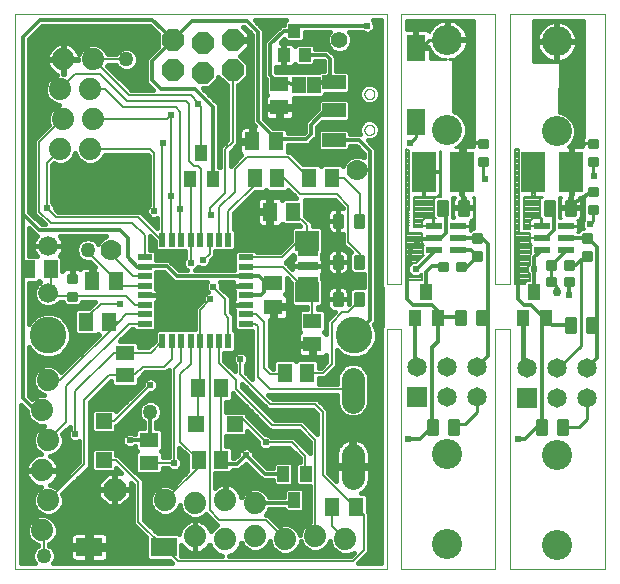
<source format=gtl>
G75*
%MOIN*%
%OFA0B0*%
%FSLAX25Y25*%
%IPPOS*%
%LPD*%
%AMOC8*
5,1,8,0,0,1.08239X$1,22.5*
%
%ADD10C,0.00400*%
%ADD11R,0.05118X0.06299*%
%ADD12R,0.06299X0.05118*%
%ADD13R,0.03937X0.05512*%
%ADD14OC8,0.07600*%
%ADD15C,0.06600*%
%ADD16R,0.05000X0.02200*%
%ADD17R,0.02200X0.05000*%
%ADD18C,0.07400*%
%ADD19C,0.12205*%
%ADD20C,0.05600*%
%ADD21C,0.00875*%
%ADD22OC8,0.07400*%
%ADD23R,0.05500X0.05500*%
%ADD24R,0.04000X0.04500*%
%ADD25R,0.08000X0.07000*%
%ADD26R,0.07874X0.04724*%
%ADD27C,0.00000*%
%ADD28C,0.07677*%
%ADD29C,0.05000*%
%ADD30R,0.04500X0.05600*%
%ADD31C,0.10050*%
%ADD32R,0.05200X0.02200*%
%ADD33C,0.01000*%
%ADD34R,0.06500X0.06500*%
%ADD35C,0.06500*%
%ADD36R,0.07874X0.13780*%
%ADD37C,0.03000*%
%ADD38C,0.07000*%
%ADD39R,0.09055X0.06299*%
%ADD40R,0.06299X0.09055*%
%ADD41R,0.06693X0.02756*%
%ADD42C,0.01600*%
%ADD43C,0.02400*%
%ADD44C,0.01200*%
%ADD45C,0.00800*%
D10*
X0022595Y0027513D02*
X0022595Y0212513D01*
X0146595Y0212513D01*
X0146595Y0122513D01*
X0151095Y0122513D01*
X0151095Y0212513D01*
X0182595Y0212513D01*
X0182595Y0122513D01*
X0187595Y0122513D01*
X0187595Y0212513D01*
X0219095Y0212513D01*
X0219095Y0027513D01*
X0187595Y0027513D01*
X0187595Y0107513D01*
X0182595Y0107513D01*
X0182595Y0027513D01*
X0151095Y0027513D01*
X0151095Y0107513D01*
X0146595Y0107513D01*
X0146595Y0027513D01*
X0022595Y0027513D01*
D11*
X0083655Y0064113D03*
X0091135Y0064113D03*
X0091085Y0087913D03*
X0083605Y0087913D03*
X0112355Y0093013D03*
X0119835Y0093013D03*
X0128208Y0048363D03*
X0136082Y0048363D03*
X0056032Y0123513D03*
X0048158Y0123513D03*
X0046255Y0110113D03*
X0053735Y0110113D03*
X0034335Y0127513D03*
X0026855Y0127513D03*
X0101558Y0170263D03*
X0109432Y0170263D03*
X0109835Y0158013D03*
X0102355Y0158013D03*
X0107408Y0146763D03*
X0115282Y0146763D03*
X0120605Y0158013D03*
X0128085Y0158013D03*
D12*
X0110595Y0181576D03*
X0110595Y0189450D03*
X0108495Y0122950D03*
X0108495Y0115076D03*
X0121595Y0110450D03*
X0121595Y0102576D03*
X0067145Y0070653D03*
X0067145Y0063173D03*
X0059095Y0092273D03*
X0059095Y0099753D03*
D13*
X0111855Y0059343D03*
X0119335Y0059343D03*
X0115595Y0050682D03*
X0155855Y0111182D03*
X0163335Y0111182D03*
X0159595Y0119843D03*
X0191855Y0111182D03*
X0199335Y0111182D03*
X0195595Y0119843D03*
X0088335Y0157682D03*
X0080855Y0157682D03*
X0084595Y0166343D03*
D14*
X0055645Y0054113D03*
D15*
X0033595Y0119639D03*
X0033595Y0135387D03*
D16*
X0065695Y0131536D03*
X0065695Y0128387D03*
X0065695Y0125237D03*
X0065695Y0122088D03*
X0065695Y0118938D03*
X0065695Y0115788D03*
X0065695Y0112639D03*
X0065695Y0109489D03*
X0099495Y0109489D03*
X0099495Y0112639D03*
X0099495Y0115788D03*
X0099495Y0118938D03*
X0099495Y0122088D03*
X0099495Y0125237D03*
X0099495Y0128387D03*
X0099495Y0131536D03*
D17*
X0093619Y0137413D03*
X0090469Y0137413D03*
X0087320Y0137413D03*
X0084170Y0137413D03*
X0081020Y0137413D03*
X0077871Y0137413D03*
X0074721Y0137413D03*
X0071572Y0137413D03*
X0071572Y0103613D03*
X0074721Y0103613D03*
X0077871Y0103613D03*
X0081020Y0103613D03*
X0084170Y0103613D03*
X0087320Y0103613D03*
X0090469Y0103613D03*
X0093619Y0103613D03*
D18*
X0092595Y0050513D03*
X0082595Y0049513D03*
X0072595Y0050513D03*
X0082595Y0038513D03*
X0092595Y0037513D03*
X0102595Y0038513D03*
X0112595Y0037513D03*
X0122595Y0038513D03*
X0132595Y0037513D03*
X0102595Y0049513D03*
X0033595Y0050513D03*
X0031595Y0060513D03*
X0033595Y0070513D03*
X0031595Y0080513D03*
X0033595Y0090513D03*
X0031595Y0040513D03*
X0037595Y0167513D03*
X0047595Y0167513D03*
X0048595Y0177513D03*
X0047595Y0187513D03*
X0037595Y0187513D03*
X0038595Y0177513D03*
X0038595Y0197513D03*
X0048595Y0197513D03*
D19*
X0033595Y0105513D03*
X0135595Y0105513D03*
D20*
X0130595Y0204013D03*
D21*
X0179908Y0170826D02*
X0179908Y0168200D01*
X0177282Y0168200D01*
X0177282Y0170826D01*
X0179908Y0170826D01*
X0179908Y0169074D02*
X0177282Y0169074D01*
X0177282Y0169948D02*
X0179908Y0169948D01*
X0179908Y0170822D02*
X0177282Y0170822D01*
X0179908Y0164826D02*
X0179908Y0162200D01*
X0177282Y0162200D01*
X0177282Y0164826D01*
X0179908Y0164826D01*
X0179908Y0163074D02*
X0177282Y0163074D01*
X0177282Y0163948D02*
X0179908Y0163948D01*
X0179908Y0164822D02*
X0177282Y0164822D01*
X0177908Y0139326D02*
X0177908Y0136700D01*
X0175282Y0136700D01*
X0175282Y0139326D01*
X0177908Y0139326D01*
X0177908Y0137574D02*
X0175282Y0137574D01*
X0175282Y0138448D02*
X0177908Y0138448D01*
X0177908Y0139322D02*
X0175282Y0139322D01*
X0177908Y0133326D02*
X0177908Y0130700D01*
X0175282Y0130700D01*
X0175282Y0133326D01*
X0177908Y0133326D01*
X0177908Y0131574D02*
X0175282Y0131574D01*
X0175282Y0132448D02*
X0177908Y0132448D01*
X0177908Y0133322D02*
X0175282Y0133322D01*
X0172408Y0127200D02*
X0169782Y0127200D01*
X0169782Y0129826D01*
X0172408Y0129826D01*
X0172408Y0127200D01*
X0172408Y0128074D02*
X0169782Y0128074D01*
X0169782Y0128948D02*
X0172408Y0128948D01*
X0172408Y0129822D02*
X0169782Y0129822D01*
X0166408Y0127200D02*
X0163782Y0127200D01*
X0163782Y0129826D01*
X0166408Y0129826D01*
X0166408Y0127200D01*
X0166408Y0128074D02*
X0163782Y0128074D01*
X0163782Y0128948D02*
X0166408Y0128948D01*
X0166408Y0129822D02*
X0163782Y0129822D01*
X0138408Y0132076D02*
X0135782Y0132076D01*
X0138408Y0132076D02*
X0138408Y0127950D01*
X0135782Y0127950D01*
X0135782Y0132076D01*
X0135782Y0128824D02*
X0138408Y0128824D01*
X0138408Y0129698D02*
X0135782Y0129698D01*
X0135782Y0130572D02*
X0138408Y0130572D01*
X0138408Y0131446D02*
X0135782Y0131446D01*
X0131408Y0132076D02*
X0128782Y0132076D01*
X0131408Y0132076D02*
X0131408Y0127950D01*
X0128782Y0127950D01*
X0128782Y0132076D01*
X0128782Y0128824D02*
X0131408Y0128824D01*
X0131408Y0129698D02*
X0128782Y0129698D01*
X0128782Y0130572D02*
X0131408Y0130572D01*
X0131408Y0131446D02*
X0128782Y0131446D01*
X0128782Y0145826D02*
X0131408Y0145826D01*
X0131408Y0141700D01*
X0128782Y0141700D01*
X0128782Y0145826D01*
X0128782Y0142574D02*
X0131408Y0142574D01*
X0131408Y0143448D02*
X0128782Y0143448D01*
X0128782Y0144322D02*
X0131408Y0144322D01*
X0131408Y0145196D02*
X0128782Y0145196D01*
X0135782Y0145826D02*
X0138408Y0145826D01*
X0138408Y0141700D01*
X0135782Y0141700D01*
X0135782Y0145826D01*
X0135782Y0142574D02*
X0138408Y0142574D01*
X0138408Y0143448D02*
X0135782Y0143448D01*
X0135782Y0144322D02*
X0138408Y0144322D01*
X0138408Y0145196D02*
X0135782Y0145196D01*
X0135782Y0119826D02*
X0138408Y0119826D01*
X0138408Y0115700D01*
X0135782Y0115700D01*
X0135782Y0119826D01*
X0135782Y0116574D02*
X0138408Y0116574D01*
X0138408Y0117448D02*
X0135782Y0117448D01*
X0135782Y0118322D02*
X0138408Y0118322D01*
X0138408Y0119196D02*
X0135782Y0119196D01*
X0131408Y0119826D02*
X0128782Y0119826D01*
X0131408Y0119826D02*
X0131408Y0115700D01*
X0128782Y0115700D01*
X0128782Y0119826D01*
X0128782Y0116574D02*
X0131408Y0116574D01*
X0131408Y0117448D02*
X0128782Y0117448D01*
X0128782Y0118322D02*
X0131408Y0118322D01*
X0131408Y0119196D02*
X0128782Y0119196D01*
X0199782Y0124826D02*
X0202408Y0124826D01*
X0202408Y0122200D01*
X0199782Y0122200D01*
X0199782Y0124826D01*
X0199782Y0123074D02*
X0202408Y0123074D01*
X0202408Y0123948D02*
X0199782Y0123948D01*
X0199782Y0124822D02*
X0202408Y0124822D01*
X0202408Y0127700D02*
X0199782Y0127700D01*
X0199782Y0130326D01*
X0202408Y0130326D01*
X0202408Y0127700D01*
X0202408Y0128574D02*
X0199782Y0128574D01*
X0199782Y0129448D02*
X0202408Y0129448D01*
X0202408Y0130322D02*
X0199782Y0130322D01*
X0205782Y0127700D02*
X0208408Y0127700D01*
X0205782Y0127700D02*
X0205782Y0130326D01*
X0208408Y0130326D01*
X0208408Y0127700D01*
X0208408Y0128574D02*
X0205782Y0128574D01*
X0205782Y0129448D02*
X0208408Y0129448D01*
X0208408Y0130322D02*
X0205782Y0130322D01*
X0205782Y0124826D02*
X0208408Y0124826D01*
X0208408Y0122200D01*
X0205782Y0122200D01*
X0205782Y0124826D01*
X0205782Y0123074D02*
X0208408Y0123074D01*
X0208408Y0123948D02*
X0205782Y0123948D01*
X0205782Y0124822D02*
X0208408Y0124822D01*
X0214408Y0130700D02*
X0214408Y0133326D01*
X0214408Y0130700D02*
X0211782Y0130700D01*
X0211782Y0133326D01*
X0214408Y0133326D01*
X0214408Y0131574D02*
X0211782Y0131574D01*
X0211782Y0132448D02*
X0214408Y0132448D01*
X0214408Y0133322D02*
X0211782Y0133322D01*
X0214408Y0136700D02*
X0214408Y0139326D01*
X0214408Y0136700D02*
X0211782Y0136700D01*
X0211782Y0139326D01*
X0214408Y0139326D01*
X0214408Y0137574D02*
X0211782Y0137574D01*
X0211782Y0138448D02*
X0214408Y0138448D01*
X0214408Y0139322D02*
X0211782Y0139322D01*
X0216408Y0146200D02*
X0216408Y0148826D01*
X0216408Y0146200D02*
X0213782Y0146200D01*
X0213782Y0148826D01*
X0216408Y0148826D01*
X0216408Y0147074D02*
X0213782Y0147074D01*
X0213782Y0147948D02*
X0216408Y0147948D01*
X0216408Y0148822D02*
X0213782Y0148822D01*
X0216408Y0152200D02*
X0216408Y0154826D01*
X0216408Y0152200D02*
X0213782Y0152200D01*
X0213782Y0154826D01*
X0216408Y0154826D01*
X0216408Y0153074D02*
X0213782Y0153074D01*
X0213782Y0153948D02*
X0216408Y0153948D01*
X0216408Y0154822D02*
X0213782Y0154822D01*
X0216408Y0162200D02*
X0216408Y0164826D01*
X0216408Y0162200D02*
X0213782Y0162200D01*
X0213782Y0164826D01*
X0216408Y0164826D01*
X0216408Y0163074D02*
X0213782Y0163074D01*
X0213782Y0163948D02*
X0216408Y0163948D01*
X0216408Y0164822D02*
X0213782Y0164822D01*
X0216408Y0168200D02*
X0216408Y0170826D01*
X0216408Y0168200D02*
X0213782Y0168200D01*
X0213782Y0170826D01*
X0216408Y0170826D01*
X0216408Y0169074D02*
X0213782Y0169074D01*
X0213782Y0169948D02*
X0216408Y0169948D01*
X0216408Y0170822D02*
X0213782Y0170822D01*
X0040282Y0125826D02*
X0040282Y0123200D01*
X0040282Y0125826D02*
X0042908Y0125826D01*
X0042908Y0123200D01*
X0040282Y0123200D01*
X0040282Y0124074D02*
X0042908Y0124074D01*
X0042908Y0124948D02*
X0040282Y0124948D01*
X0040282Y0125822D02*
X0042908Y0125822D01*
X0040282Y0119826D02*
X0040282Y0117200D01*
X0040282Y0119826D02*
X0042908Y0119826D01*
X0042908Y0117200D01*
X0040282Y0117200D01*
X0040282Y0118074D02*
X0042908Y0118074D01*
X0042908Y0118948D02*
X0040282Y0118948D01*
X0040282Y0119822D02*
X0042908Y0119822D01*
D22*
X0075095Y0194013D03*
X0085095Y0193013D03*
X0085095Y0203013D03*
X0075095Y0204013D03*
X0095095Y0204013D03*
X0095095Y0194013D03*
D23*
X0095695Y0076013D03*
X0082695Y0076013D03*
X0052095Y0077013D03*
X0052095Y0064013D03*
D24*
X0112095Y0199013D03*
X0119095Y0199013D03*
X0115595Y0207013D03*
D25*
X0119845Y0137013D03*
X0119845Y0120013D03*
D26*
X0128768Y0170670D03*
X0128768Y0180513D03*
X0128768Y0189855D03*
D27*
X0138922Y0185989D02*
X0138924Y0186070D01*
X0138930Y0186152D01*
X0138940Y0186233D01*
X0138954Y0186313D01*
X0138971Y0186392D01*
X0138993Y0186471D01*
X0139018Y0186548D01*
X0139047Y0186625D01*
X0139080Y0186699D01*
X0139117Y0186772D01*
X0139156Y0186843D01*
X0139200Y0186912D01*
X0139246Y0186979D01*
X0139296Y0187043D01*
X0139349Y0187105D01*
X0139405Y0187165D01*
X0139463Y0187221D01*
X0139525Y0187275D01*
X0139589Y0187326D01*
X0139655Y0187373D01*
X0139723Y0187417D01*
X0139794Y0187458D01*
X0139866Y0187495D01*
X0139941Y0187529D01*
X0140016Y0187559D01*
X0140094Y0187585D01*
X0140172Y0187608D01*
X0140251Y0187626D01*
X0140331Y0187641D01*
X0140412Y0187652D01*
X0140493Y0187659D01*
X0140575Y0187662D01*
X0140656Y0187661D01*
X0140737Y0187656D01*
X0140818Y0187647D01*
X0140899Y0187634D01*
X0140979Y0187617D01*
X0141057Y0187597D01*
X0141135Y0187572D01*
X0141212Y0187544D01*
X0141287Y0187512D01*
X0141360Y0187477D01*
X0141431Y0187438D01*
X0141501Y0187395D01*
X0141568Y0187350D01*
X0141634Y0187301D01*
X0141696Y0187249D01*
X0141756Y0187193D01*
X0141813Y0187135D01*
X0141868Y0187075D01*
X0141919Y0187011D01*
X0141967Y0186946D01*
X0142012Y0186878D01*
X0142054Y0186808D01*
X0142092Y0186736D01*
X0142127Y0186662D01*
X0142158Y0186587D01*
X0142185Y0186510D01*
X0142208Y0186432D01*
X0142228Y0186353D01*
X0142244Y0186273D01*
X0142256Y0186192D01*
X0142264Y0186111D01*
X0142268Y0186030D01*
X0142268Y0185948D01*
X0142264Y0185867D01*
X0142256Y0185786D01*
X0142244Y0185705D01*
X0142228Y0185625D01*
X0142208Y0185546D01*
X0142185Y0185468D01*
X0142158Y0185391D01*
X0142127Y0185316D01*
X0142092Y0185242D01*
X0142054Y0185170D01*
X0142012Y0185100D01*
X0141967Y0185032D01*
X0141919Y0184967D01*
X0141868Y0184903D01*
X0141813Y0184843D01*
X0141756Y0184785D01*
X0141696Y0184729D01*
X0141634Y0184677D01*
X0141568Y0184628D01*
X0141501Y0184583D01*
X0141432Y0184540D01*
X0141360Y0184501D01*
X0141287Y0184466D01*
X0141212Y0184434D01*
X0141135Y0184406D01*
X0141057Y0184381D01*
X0140979Y0184361D01*
X0140899Y0184344D01*
X0140818Y0184331D01*
X0140737Y0184322D01*
X0140656Y0184317D01*
X0140575Y0184316D01*
X0140493Y0184319D01*
X0140412Y0184326D01*
X0140331Y0184337D01*
X0140251Y0184352D01*
X0140172Y0184370D01*
X0140094Y0184393D01*
X0140016Y0184419D01*
X0139941Y0184449D01*
X0139866Y0184483D01*
X0139794Y0184520D01*
X0139723Y0184561D01*
X0139655Y0184605D01*
X0139589Y0184652D01*
X0139525Y0184703D01*
X0139463Y0184757D01*
X0139405Y0184813D01*
X0139349Y0184873D01*
X0139296Y0184935D01*
X0139246Y0184999D01*
X0139200Y0185066D01*
X0139156Y0185135D01*
X0139117Y0185206D01*
X0139080Y0185279D01*
X0139047Y0185353D01*
X0139018Y0185430D01*
X0138993Y0185507D01*
X0138971Y0185586D01*
X0138954Y0185665D01*
X0138940Y0185745D01*
X0138930Y0185826D01*
X0138924Y0185908D01*
X0138922Y0185989D01*
X0138922Y0174036D02*
X0138924Y0174117D01*
X0138930Y0174199D01*
X0138940Y0174280D01*
X0138954Y0174360D01*
X0138971Y0174439D01*
X0138993Y0174518D01*
X0139018Y0174595D01*
X0139047Y0174672D01*
X0139080Y0174746D01*
X0139117Y0174819D01*
X0139156Y0174890D01*
X0139200Y0174959D01*
X0139246Y0175026D01*
X0139296Y0175090D01*
X0139349Y0175152D01*
X0139405Y0175212D01*
X0139463Y0175268D01*
X0139525Y0175322D01*
X0139589Y0175373D01*
X0139655Y0175420D01*
X0139723Y0175464D01*
X0139794Y0175505D01*
X0139866Y0175542D01*
X0139941Y0175576D01*
X0140016Y0175606D01*
X0140094Y0175632D01*
X0140172Y0175655D01*
X0140251Y0175673D01*
X0140331Y0175688D01*
X0140412Y0175699D01*
X0140493Y0175706D01*
X0140575Y0175709D01*
X0140656Y0175708D01*
X0140737Y0175703D01*
X0140818Y0175694D01*
X0140899Y0175681D01*
X0140979Y0175664D01*
X0141057Y0175644D01*
X0141135Y0175619D01*
X0141212Y0175591D01*
X0141287Y0175559D01*
X0141360Y0175524D01*
X0141431Y0175485D01*
X0141501Y0175442D01*
X0141568Y0175397D01*
X0141634Y0175348D01*
X0141696Y0175296D01*
X0141756Y0175240D01*
X0141813Y0175182D01*
X0141868Y0175122D01*
X0141919Y0175058D01*
X0141967Y0174993D01*
X0142012Y0174925D01*
X0142054Y0174855D01*
X0142092Y0174783D01*
X0142127Y0174709D01*
X0142158Y0174634D01*
X0142185Y0174557D01*
X0142208Y0174479D01*
X0142228Y0174400D01*
X0142244Y0174320D01*
X0142256Y0174239D01*
X0142264Y0174158D01*
X0142268Y0174077D01*
X0142268Y0173995D01*
X0142264Y0173914D01*
X0142256Y0173833D01*
X0142244Y0173752D01*
X0142228Y0173672D01*
X0142208Y0173593D01*
X0142185Y0173515D01*
X0142158Y0173438D01*
X0142127Y0173363D01*
X0142092Y0173289D01*
X0142054Y0173217D01*
X0142012Y0173147D01*
X0141967Y0173079D01*
X0141919Y0173014D01*
X0141868Y0172950D01*
X0141813Y0172890D01*
X0141756Y0172832D01*
X0141696Y0172776D01*
X0141634Y0172724D01*
X0141568Y0172675D01*
X0141501Y0172630D01*
X0141432Y0172587D01*
X0141360Y0172548D01*
X0141287Y0172513D01*
X0141212Y0172481D01*
X0141135Y0172453D01*
X0141057Y0172428D01*
X0140979Y0172408D01*
X0140899Y0172391D01*
X0140818Y0172378D01*
X0140737Y0172369D01*
X0140656Y0172364D01*
X0140575Y0172363D01*
X0140493Y0172366D01*
X0140412Y0172373D01*
X0140331Y0172384D01*
X0140251Y0172399D01*
X0140172Y0172417D01*
X0140094Y0172440D01*
X0140016Y0172466D01*
X0139941Y0172496D01*
X0139866Y0172530D01*
X0139794Y0172567D01*
X0139723Y0172608D01*
X0139655Y0172652D01*
X0139589Y0172699D01*
X0139525Y0172750D01*
X0139463Y0172804D01*
X0139405Y0172860D01*
X0139349Y0172920D01*
X0139296Y0172982D01*
X0139246Y0173046D01*
X0139200Y0173113D01*
X0139156Y0173182D01*
X0139117Y0173253D01*
X0139080Y0173326D01*
X0139047Y0173400D01*
X0139018Y0173477D01*
X0138993Y0173554D01*
X0138971Y0173633D01*
X0138954Y0173712D01*
X0138940Y0173792D01*
X0138930Y0173873D01*
X0138924Y0173955D01*
X0138922Y0174036D01*
D28*
X0135095Y0091147D02*
X0135095Y0083469D01*
X0135095Y0065556D02*
X0135095Y0057879D01*
D29*
X0067595Y0080013D03*
X0032095Y0032013D03*
X0046845Y0134013D03*
X0059595Y0197513D03*
D30*
X0116995Y0189013D03*
X0122195Y0189013D03*
D31*
X0166595Y0204013D03*
X0166595Y0174013D03*
X0203095Y0173513D03*
X0203095Y0203513D03*
X0203095Y0065513D03*
X0203095Y0035513D03*
X0166595Y0036013D03*
X0166595Y0066013D03*
D32*
X0170095Y0134013D03*
X0170095Y0138013D03*
X0170095Y0142013D03*
X0162095Y0142013D03*
X0162095Y0138013D03*
X0162095Y0134013D03*
X0198095Y0134013D03*
X0198095Y0138013D03*
X0198095Y0142013D03*
X0206095Y0142013D03*
X0206095Y0138013D03*
X0206095Y0134013D03*
D33*
X0201095Y0129013D01*
X0201095Y0123513D01*
X0203095Y0121513D01*
X0203095Y0120013D01*
X0207095Y0129013D02*
X0209095Y0129013D01*
X0211095Y0131013D01*
X0212095Y0131013D01*
X0213095Y0132013D01*
X0211095Y0131013D02*
X0211095Y0102013D01*
X0203595Y0094513D01*
X0203095Y0094513D01*
X0213095Y0084513D02*
X0213095Y0077513D01*
X0210595Y0075013D01*
X0205095Y0075013D01*
X0206595Y0072763D02*
X0203595Y0072763D01*
X0203595Y0077263D01*
X0206595Y0077263D01*
X0206595Y0072763D01*
X0206595Y0073762D02*
X0203595Y0073762D01*
X0203595Y0074761D02*
X0206595Y0074761D01*
X0206595Y0075760D02*
X0203595Y0075760D01*
X0203595Y0076759D02*
X0206595Y0076759D01*
X0205595Y0077013D02*
X0205095Y0075013D01*
X0199595Y0072763D02*
X0196595Y0072763D01*
X0196595Y0077263D01*
X0199595Y0077263D01*
X0199595Y0072763D01*
X0199595Y0073762D02*
X0196595Y0073762D01*
X0196595Y0074761D02*
X0199595Y0074761D01*
X0199595Y0075760D02*
X0196595Y0075760D01*
X0196595Y0076759D02*
X0199595Y0076759D01*
X0176595Y0080013D02*
X0176595Y0085013D01*
X0176595Y0080013D02*
X0172595Y0076013D01*
X0167595Y0076013D01*
X0167095Y0072763D02*
X0170095Y0072763D01*
X0167095Y0072763D02*
X0167095Y0077263D01*
X0170095Y0077263D01*
X0170095Y0072763D01*
X0170095Y0073762D02*
X0167095Y0073762D01*
X0167095Y0074761D02*
X0170095Y0074761D01*
X0170095Y0075760D02*
X0167095Y0075760D01*
X0167095Y0076759D02*
X0170095Y0076759D01*
X0163095Y0072763D02*
X0160095Y0072763D01*
X0160095Y0077263D01*
X0163095Y0077263D01*
X0163095Y0072763D01*
X0163095Y0073762D02*
X0160095Y0073762D01*
X0160095Y0074761D02*
X0163095Y0074761D01*
X0163095Y0075760D02*
X0160095Y0075760D01*
X0160095Y0076759D02*
X0163095Y0076759D01*
X0169595Y0109263D02*
X0172595Y0109263D01*
X0169595Y0109263D02*
X0169595Y0113763D01*
X0172595Y0113763D01*
X0172595Y0109263D01*
X0172595Y0110262D02*
X0169595Y0110262D01*
X0169595Y0111261D02*
X0172595Y0111261D01*
X0172595Y0112260D02*
X0169595Y0112260D01*
X0169595Y0113259D02*
X0172595Y0113259D01*
X0176595Y0109263D02*
X0179595Y0109263D01*
X0176595Y0109263D02*
X0176595Y0113763D01*
X0179595Y0113763D01*
X0179595Y0109263D01*
X0179595Y0110262D02*
X0176595Y0110262D01*
X0176595Y0111261D02*
X0179595Y0111261D01*
X0179595Y0112260D02*
X0176595Y0112260D01*
X0176595Y0113259D02*
X0179595Y0113259D01*
X0180095Y0111513D02*
X0178095Y0111513D01*
X0162095Y0133513D02*
X0156095Y0127513D01*
X0170145Y0141963D02*
X0170145Y0142063D01*
X0174195Y0142063D01*
X0174195Y0143310D01*
X0174093Y0143692D01*
X0174026Y0143808D01*
X0174367Y0143899D01*
X0174823Y0144162D01*
X0175196Y0144535D01*
X0175459Y0144991D01*
X0175595Y0145499D01*
X0175595Y0147513D01*
X0172595Y0147513D01*
X0172595Y0148513D01*
X0172595Y0151623D01*
X0171894Y0151623D01*
X0171894Y0159513D01*
X0170894Y0159513D01*
X0170894Y0152263D01*
X0171595Y0152263D01*
X0171595Y0148513D01*
X0172595Y0148513D01*
X0175595Y0148513D01*
X0175595Y0150526D01*
X0175459Y0151035D01*
X0175196Y0151491D01*
X0175063Y0151623D01*
X0175529Y0151623D01*
X0175595Y0151641D01*
X0175595Y0140863D01*
X0174646Y0140863D01*
X0174060Y0140277D01*
X0174093Y0140334D01*
X0174195Y0140715D01*
X0174195Y0141963D01*
X0170145Y0141963D01*
X0174195Y0142342D02*
X0175595Y0142342D01*
X0175595Y0143340D02*
X0174187Y0143340D01*
X0174999Y0144339D02*
X0175595Y0144339D01*
X0175552Y0145337D02*
X0175595Y0145337D01*
X0175595Y0146336D02*
X0175595Y0146336D01*
X0175595Y0147334D02*
X0175595Y0147334D01*
X0175595Y0148333D02*
X0172595Y0148333D01*
X0173595Y0145763D02*
X0170595Y0145763D01*
X0170595Y0150263D01*
X0173595Y0150263D01*
X0173595Y0145763D01*
X0173595Y0146762D02*
X0170595Y0146762D01*
X0170595Y0147761D02*
X0173595Y0147761D01*
X0173595Y0148760D02*
X0170595Y0148760D01*
X0170595Y0149759D02*
X0173595Y0149759D01*
X0172595Y0149331D02*
X0171595Y0149331D01*
X0171595Y0148513D02*
X0168595Y0148513D01*
X0168595Y0150526D01*
X0168731Y0151035D01*
X0168995Y0151491D01*
X0169127Y0151623D01*
X0168196Y0151623D01*
X0168190Y0150931D01*
X0168195Y0150925D01*
X0168195Y0145100D01*
X0168139Y0145044D01*
X0168135Y0144613D01*
X0168950Y0144613D01*
X0168731Y0144991D01*
X0168595Y0145499D01*
X0168595Y0147513D01*
X0171595Y0147513D01*
X0171595Y0148513D01*
X0171595Y0148333D02*
X0168195Y0148333D01*
X0168195Y0149331D02*
X0168595Y0149331D01*
X0168595Y0150330D02*
X0168195Y0150330D01*
X0168194Y0151328D02*
X0168901Y0151328D01*
X0170894Y0152327D02*
X0171894Y0152327D01*
X0171894Y0153325D02*
X0170894Y0153325D01*
X0170894Y0154324D02*
X0171894Y0154324D01*
X0171894Y0155322D02*
X0170894Y0155322D01*
X0170894Y0156321D02*
X0171894Y0156321D01*
X0171894Y0157319D02*
X0170894Y0157319D01*
X0170894Y0158318D02*
X0171894Y0158318D01*
X0171894Y0159316D02*
X0170894Y0159316D01*
X0170894Y0160513D02*
X0170894Y0168403D01*
X0169056Y0168403D01*
X0170065Y0168820D01*
X0171788Y0170543D01*
X0172720Y0172794D01*
X0172720Y0175231D01*
X0171788Y0177482D01*
X0170065Y0179205D01*
X0168442Y0179877D01*
X0168595Y0197513D01*
X0167213Y0197513D01*
X0167871Y0197599D01*
X0168697Y0197821D01*
X0169487Y0198148D01*
X0170228Y0198576D01*
X0170907Y0199096D01*
X0171511Y0199701D01*
X0172032Y0200380D01*
X0172460Y0201121D01*
X0172787Y0201911D01*
X0173009Y0202737D01*
X0173111Y0203513D01*
X0167095Y0203513D01*
X0167095Y0204513D01*
X0166095Y0204513D01*
X0166095Y0210528D01*
X0165319Y0210426D01*
X0164493Y0210205D01*
X0163703Y0209877D01*
X0162962Y0209450D01*
X0162284Y0208929D01*
X0161679Y0208324D01*
X0161158Y0207646D01*
X0160731Y0206905D01*
X0160601Y0206593D01*
X0160445Y0206863D01*
X0160166Y0207142D01*
X0159824Y0207340D01*
X0159442Y0207442D01*
X0156595Y0207442D01*
X0156595Y0201914D01*
X0160402Y0201914D01*
X0160403Y0201911D01*
X0160731Y0201121D01*
X0161158Y0200380D01*
X0161679Y0199701D01*
X0162284Y0199096D01*
X0162962Y0198576D01*
X0163703Y0198148D01*
X0164493Y0197821D01*
X0165319Y0197599D01*
X0165978Y0197513D01*
X0160745Y0197513D01*
X0160745Y0200914D01*
X0156595Y0200914D01*
X0156595Y0201914D01*
X0155595Y0201914D01*
X0155595Y0207442D01*
X0152795Y0207442D01*
X0152795Y0210813D01*
X0175595Y0210813D01*
X0175595Y0171777D01*
X0175477Y0171573D01*
X0175345Y0171080D01*
X0175345Y0169888D01*
X0175595Y0169888D01*
X0175595Y0169138D01*
X0175345Y0169138D01*
X0175345Y0168403D01*
X0171894Y0168403D01*
X0171894Y0160513D01*
X0170894Y0160513D01*
X0170894Y0161313D02*
X0171894Y0161313D01*
X0171894Y0162312D02*
X0170894Y0162312D01*
X0170894Y0163310D02*
X0171894Y0163310D01*
X0171894Y0164309D02*
X0170894Y0164309D01*
X0170894Y0165307D02*
X0171894Y0165307D01*
X0171894Y0166306D02*
X0170894Y0166306D01*
X0170894Y0167304D02*
X0171894Y0167304D01*
X0171894Y0168303D02*
X0170894Y0168303D01*
X0170546Y0169301D02*
X0175595Y0169301D01*
X0175345Y0170300D02*
X0171544Y0170300D01*
X0172100Y0171298D02*
X0175404Y0171298D01*
X0175595Y0172297D02*
X0172514Y0172297D01*
X0172720Y0173295D02*
X0175595Y0173295D01*
X0175595Y0174294D02*
X0172720Y0174294D01*
X0172695Y0175292D02*
X0175595Y0175292D01*
X0175595Y0176291D02*
X0172281Y0176291D01*
X0171868Y0177289D02*
X0175595Y0177289D01*
X0175595Y0178288D02*
X0170982Y0178288D01*
X0169869Y0179286D02*
X0175595Y0179286D01*
X0175595Y0180285D02*
X0168445Y0180285D01*
X0168454Y0181284D02*
X0175595Y0181284D01*
X0175595Y0182282D02*
X0168463Y0182282D01*
X0168471Y0183281D02*
X0175595Y0183281D01*
X0175595Y0184279D02*
X0168480Y0184279D01*
X0168489Y0185278D02*
X0175595Y0185278D01*
X0175595Y0186276D02*
X0168497Y0186276D01*
X0168506Y0187275D02*
X0175595Y0187275D01*
X0175595Y0188273D02*
X0168515Y0188273D01*
X0168523Y0189272D02*
X0175595Y0189272D01*
X0175595Y0190270D02*
X0168532Y0190270D01*
X0168541Y0191269D02*
X0175595Y0191269D01*
X0175595Y0192267D02*
X0168550Y0192267D01*
X0168558Y0193266D02*
X0175595Y0193266D01*
X0175595Y0194264D02*
X0168567Y0194264D01*
X0168576Y0195263D02*
X0175595Y0195263D01*
X0175595Y0196261D02*
X0168584Y0196261D01*
X0168593Y0197260D02*
X0175595Y0197260D01*
X0175595Y0198258D02*
X0169678Y0198258D01*
X0171067Y0199257D02*
X0175595Y0199257D01*
X0175595Y0200255D02*
X0171936Y0200255D01*
X0172515Y0201254D02*
X0175595Y0201254D01*
X0175595Y0202252D02*
X0172879Y0202252D01*
X0173076Y0203251D02*
X0175595Y0203251D01*
X0175595Y0204249D02*
X0167095Y0204249D01*
X0167095Y0204513D02*
X0173111Y0204513D01*
X0173009Y0205288D01*
X0172787Y0206115D01*
X0172460Y0206905D01*
X0172032Y0207646D01*
X0171511Y0208324D01*
X0170907Y0208929D01*
X0170228Y0209450D01*
X0169487Y0209877D01*
X0168697Y0210205D01*
X0167871Y0210426D01*
X0167095Y0210528D01*
X0167095Y0204513D01*
X0166595Y0204013D02*
X0160595Y0204013D01*
X0159095Y0202513D01*
X0157595Y0202513D01*
X0156497Y0201414D01*
X0156095Y0201414D01*
X0156595Y0201254D02*
X0160675Y0201254D01*
X0160745Y0200255D02*
X0161254Y0200255D01*
X0160745Y0199257D02*
X0162123Y0199257D01*
X0160745Y0198258D02*
X0163512Y0198258D01*
X0166095Y0205248D02*
X0167095Y0205248D01*
X0167095Y0206246D02*
X0166095Y0206246D01*
X0166095Y0207245D02*
X0167095Y0207245D01*
X0167095Y0208243D02*
X0166095Y0208243D01*
X0166095Y0209242D02*
X0167095Y0209242D01*
X0167095Y0210240D02*
X0166095Y0210240D01*
X0164626Y0210240D02*
X0152795Y0210240D01*
X0152795Y0209242D02*
X0162691Y0209242D01*
X0161617Y0208243D02*
X0152795Y0208243D01*
X0155595Y0207245D02*
X0156595Y0207245D01*
X0156595Y0206246D02*
X0155595Y0206246D01*
X0155595Y0205248D02*
X0156595Y0205248D01*
X0156595Y0204249D02*
X0155595Y0204249D01*
X0155595Y0203251D02*
X0156595Y0203251D01*
X0156595Y0202252D02*
X0155595Y0202252D01*
X0159988Y0207245D02*
X0160927Y0207245D01*
X0168564Y0210240D02*
X0175595Y0210240D01*
X0175595Y0209242D02*
X0170499Y0209242D01*
X0171574Y0208243D02*
X0175595Y0208243D01*
X0175595Y0207245D02*
X0172264Y0207245D01*
X0172733Y0206246D02*
X0175595Y0206246D01*
X0175595Y0205248D02*
X0173014Y0205248D01*
X0195095Y0205248D02*
X0196805Y0205248D01*
X0196903Y0205615D02*
X0196682Y0204788D01*
X0196580Y0204013D01*
X0202595Y0204013D01*
X0202595Y0210028D01*
X0201819Y0209926D01*
X0200993Y0209705D01*
X0200203Y0209377D01*
X0199462Y0208950D01*
X0198784Y0208429D01*
X0198179Y0207824D01*
X0197658Y0207146D01*
X0197231Y0206405D01*
X0196903Y0205615D01*
X0197165Y0206246D02*
X0195095Y0206246D01*
X0195095Y0207245D02*
X0197734Y0207245D01*
X0198598Y0208243D02*
X0195095Y0208243D01*
X0195095Y0209242D02*
X0199968Y0209242D01*
X0202595Y0209242D02*
X0203595Y0209242D01*
X0203595Y0210028D02*
X0203595Y0204013D01*
X0202595Y0204013D01*
X0202595Y0203013D01*
X0196580Y0203013D01*
X0196682Y0202237D01*
X0196903Y0201411D01*
X0197231Y0200621D01*
X0197658Y0199880D01*
X0198179Y0199201D01*
X0198784Y0198596D01*
X0199462Y0198076D01*
X0200203Y0197648D01*
X0200993Y0197321D01*
X0201819Y0197099D01*
X0202595Y0196997D01*
X0202595Y0203013D01*
X0203595Y0203013D01*
X0203595Y0204013D01*
X0209611Y0204013D01*
X0209509Y0204788D01*
X0209287Y0205615D01*
X0208960Y0206405D01*
X0208532Y0207146D01*
X0208011Y0207824D01*
X0207407Y0208429D01*
X0206728Y0208950D01*
X0205987Y0209377D01*
X0205197Y0209705D01*
X0204371Y0209926D01*
X0203595Y0210028D01*
X0203595Y0208243D02*
X0202595Y0208243D01*
X0202595Y0207245D02*
X0203595Y0207245D01*
X0203595Y0206246D02*
X0202595Y0206246D01*
X0202595Y0205248D02*
X0203595Y0205248D01*
X0203595Y0204249D02*
X0202595Y0204249D01*
X0202595Y0203251D02*
X0195095Y0203251D01*
X0195095Y0204249D02*
X0196611Y0204249D01*
X0196680Y0202252D02*
X0195095Y0202252D01*
X0195095Y0201254D02*
X0196968Y0201254D01*
X0197441Y0200255D02*
X0195095Y0200255D01*
X0195095Y0199257D02*
X0198136Y0199257D01*
X0199225Y0198258D02*
X0195095Y0198258D01*
X0195095Y0197260D02*
X0201221Y0197260D01*
X0202595Y0197260D02*
X0203595Y0197260D01*
X0203595Y0196997D02*
X0204371Y0197099D01*
X0205197Y0197321D01*
X0205987Y0197648D01*
X0206728Y0198076D01*
X0207407Y0198596D01*
X0208011Y0199201D01*
X0208532Y0199880D01*
X0208960Y0200621D01*
X0209287Y0201411D01*
X0209509Y0202237D01*
X0209611Y0203013D01*
X0203595Y0203013D01*
X0203595Y0196997D01*
X0204095Y0196513D02*
X0195095Y0196513D01*
X0195095Y0210813D01*
X0212095Y0210813D01*
X0212095Y0171777D01*
X0211977Y0171573D01*
X0211845Y0171080D01*
X0211845Y0169888D01*
X0212095Y0169888D01*
X0212095Y0169138D01*
X0211845Y0169138D01*
X0211845Y0168403D01*
X0208394Y0168403D01*
X0208394Y0160513D01*
X0207394Y0160513D01*
X0207394Y0168403D01*
X0206647Y0168403D01*
X0208288Y0170043D01*
X0209220Y0172294D01*
X0209220Y0174731D01*
X0208288Y0176982D01*
X0206565Y0178705D01*
X0204314Y0179638D01*
X0203946Y0179638D01*
X0204095Y0196513D01*
X0204093Y0196261D02*
X0212095Y0196261D01*
X0212095Y0195263D02*
X0204084Y0195263D01*
X0204075Y0194264D02*
X0212095Y0194264D01*
X0212095Y0193266D02*
X0204066Y0193266D01*
X0204058Y0192267D02*
X0212095Y0192267D01*
X0212095Y0191269D02*
X0204049Y0191269D01*
X0204040Y0190270D02*
X0212095Y0190270D01*
X0212095Y0189272D02*
X0204031Y0189272D01*
X0204022Y0188273D02*
X0212095Y0188273D01*
X0212095Y0187275D02*
X0204013Y0187275D01*
X0204005Y0186276D02*
X0212095Y0186276D01*
X0212095Y0185278D02*
X0203996Y0185278D01*
X0203987Y0184279D02*
X0212095Y0184279D01*
X0212095Y0183281D02*
X0203978Y0183281D01*
X0203969Y0182282D02*
X0212095Y0182282D01*
X0212095Y0181284D02*
X0203960Y0181284D01*
X0203952Y0180285D02*
X0212095Y0180285D01*
X0212095Y0179286D02*
X0205162Y0179286D01*
X0206982Y0178288D02*
X0212095Y0178288D01*
X0212095Y0177289D02*
X0207981Y0177289D01*
X0208574Y0176291D02*
X0212095Y0176291D01*
X0212095Y0175292D02*
X0208988Y0175292D01*
X0209220Y0174294D02*
X0212095Y0174294D01*
X0212095Y0173295D02*
X0209220Y0173295D01*
X0209220Y0172297D02*
X0212095Y0172297D01*
X0211904Y0171298D02*
X0208808Y0171298D01*
X0208394Y0170300D02*
X0211845Y0170300D01*
X0212095Y0169301D02*
X0207546Y0169301D01*
X0207394Y0168303D02*
X0208394Y0168303D01*
X0208095Y0167513D02*
X0208095Y0160214D01*
X0207894Y0160013D01*
X0207394Y0159513D02*
X0208394Y0159513D01*
X0208394Y0152263D01*
X0208095Y0152263D01*
X0208095Y0148513D01*
X0207095Y0148513D01*
X0207095Y0151623D01*
X0207394Y0151623D01*
X0207394Y0159513D01*
X0207394Y0159316D02*
X0208394Y0159316D01*
X0208394Y0158318D02*
X0207394Y0158318D01*
X0207394Y0157319D02*
X0208394Y0157319D01*
X0208394Y0156321D02*
X0207394Y0156321D01*
X0207394Y0155322D02*
X0208394Y0155322D01*
X0208394Y0154324D02*
X0207394Y0154324D01*
X0207394Y0153325D02*
X0208394Y0153325D01*
X0208394Y0152327D02*
X0207394Y0152327D01*
X0207095Y0151328D02*
X0208095Y0151328D01*
X0208095Y0150330D02*
X0207095Y0150330D01*
X0207095Y0149331D02*
X0208095Y0149331D01*
X0208095Y0148513D02*
X0211095Y0148513D01*
X0211095Y0150526D01*
X0210959Y0151035D01*
X0210696Y0151491D01*
X0210563Y0151623D01*
X0211932Y0151623D01*
X0211977Y0151452D01*
X0212095Y0151248D01*
X0212095Y0143765D01*
X0211795Y0143465D01*
X0211795Y0141560D01*
X0212095Y0141260D01*
X0212095Y0140863D01*
X0211146Y0140863D01*
X0210296Y0140013D01*
X0209908Y0140013D01*
X0210093Y0140334D01*
X0210195Y0140715D01*
X0210195Y0141963D01*
X0206145Y0141963D01*
X0206145Y0142063D01*
X0210195Y0142063D01*
X0210195Y0143310D01*
X0210093Y0143692D01*
X0209947Y0143945D01*
X0210323Y0144162D01*
X0210696Y0144535D01*
X0210959Y0144991D01*
X0211095Y0145499D01*
X0211095Y0147513D01*
X0208095Y0147513D01*
X0208095Y0148513D01*
X0208095Y0148333D02*
X0212095Y0148333D01*
X0212095Y0149331D02*
X0211095Y0149331D01*
X0211095Y0150330D02*
X0212095Y0150330D01*
X0212049Y0151328D02*
X0210789Y0151328D01*
X0211095Y0147334D02*
X0212095Y0147334D01*
X0212095Y0146336D02*
X0211095Y0146336D01*
X0211052Y0145337D02*
X0212095Y0145337D01*
X0212095Y0144339D02*
X0210499Y0144339D01*
X0210187Y0143340D02*
X0211795Y0143340D01*
X0211795Y0142342D02*
X0210195Y0142342D01*
X0210195Y0141343D02*
X0212012Y0141343D01*
X0210628Y0140345D02*
X0210096Y0140345D01*
X0214095Y0142513D02*
X0215095Y0143513D01*
X0215095Y0147513D01*
X0209095Y0145763D02*
X0206095Y0145763D01*
X0206095Y0150263D01*
X0209095Y0150263D01*
X0209095Y0145763D01*
X0209095Y0146762D02*
X0206095Y0146762D01*
X0206095Y0147761D02*
X0209095Y0147761D01*
X0209095Y0148760D02*
X0206095Y0148760D01*
X0206095Y0149759D02*
X0209095Y0149759D01*
X0207095Y0148513D02*
X0207095Y0147513D01*
X0204095Y0147513D01*
X0204095Y0145499D01*
X0204231Y0144991D01*
X0204450Y0144613D01*
X0203795Y0144613D01*
X0203795Y0146717D01*
X0203695Y0146817D01*
X0203695Y0150925D01*
X0203692Y0150929D01*
X0203698Y0151640D01*
X0203760Y0151623D01*
X0204627Y0151623D01*
X0204495Y0151491D01*
X0204231Y0151035D01*
X0204095Y0150526D01*
X0204095Y0148513D01*
X0207095Y0148513D01*
X0207095Y0148333D02*
X0203695Y0148333D01*
X0203695Y0149331D02*
X0204095Y0149331D01*
X0204095Y0150330D02*
X0203695Y0150330D01*
X0203695Y0151328D02*
X0204401Y0151328D01*
X0204095Y0147334D02*
X0203695Y0147334D01*
X0203795Y0146336D02*
X0204095Y0146336D01*
X0204139Y0145337D02*
X0203795Y0145337D01*
X0202095Y0145763D02*
X0199095Y0145763D01*
X0199095Y0150263D01*
X0202095Y0150263D01*
X0202095Y0145763D01*
X0202095Y0146762D02*
X0199095Y0146762D01*
X0199095Y0147761D02*
X0202095Y0147761D01*
X0202095Y0148760D02*
X0199095Y0148760D01*
X0199095Y0149759D02*
X0202095Y0149759D01*
X0207394Y0161313D02*
X0208394Y0161313D01*
X0208394Y0162312D02*
X0207394Y0162312D01*
X0207394Y0163310D02*
X0208394Y0163310D01*
X0208394Y0164309D02*
X0207394Y0164309D01*
X0207394Y0165307D02*
X0208394Y0165307D01*
X0208394Y0166306D02*
X0207394Y0166306D01*
X0207394Y0167304D02*
X0208394Y0167304D01*
X0208095Y0167513D02*
X0210095Y0169513D01*
X0215095Y0169513D01*
X0215095Y0163513D02*
X0215095Y0159013D01*
X0215595Y0158513D01*
X0200095Y0134013D02*
X0198095Y0134013D01*
X0175595Y0141343D02*
X0174195Y0141343D01*
X0174128Y0140345D02*
X0174096Y0140345D01*
X0168639Y0145337D02*
X0168195Y0145337D01*
X0168195Y0146336D02*
X0168595Y0146336D01*
X0168595Y0147334D02*
X0168195Y0147334D01*
X0171595Y0150330D02*
X0172595Y0150330D01*
X0172595Y0151328D02*
X0171595Y0151328D01*
X0175289Y0151328D02*
X0175595Y0151328D01*
X0175595Y0150330D02*
X0175595Y0150330D01*
X0175595Y0149331D02*
X0175595Y0149331D01*
X0179095Y0157513D02*
X0178595Y0158013D01*
X0178595Y0163513D01*
X0166595Y0145763D02*
X0163595Y0145763D01*
X0163595Y0150263D01*
X0166595Y0150263D01*
X0166595Y0145763D01*
X0166595Y0146762D02*
X0163595Y0146762D01*
X0163595Y0147761D02*
X0166595Y0147761D01*
X0166595Y0148760D02*
X0163595Y0148760D01*
X0163595Y0149759D02*
X0166595Y0149759D01*
X0154095Y0169513D02*
X0156095Y0171513D01*
X0156095Y0176611D01*
X0195095Y0210240D02*
X0212095Y0210240D01*
X0212095Y0209242D02*
X0206222Y0209242D01*
X0207592Y0208243D02*
X0212095Y0208243D01*
X0212095Y0207245D02*
X0208456Y0207245D01*
X0209026Y0206246D02*
X0212095Y0206246D01*
X0212095Y0205248D02*
X0209385Y0205248D01*
X0209580Y0204249D02*
X0212095Y0204249D01*
X0212095Y0203251D02*
X0203595Y0203251D01*
X0203595Y0202252D02*
X0202595Y0202252D01*
X0202595Y0201254D02*
X0203595Y0201254D01*
X0203595Y0200255D02*
X0202595Y0200255D01*
X0202595Y0199257D02*
X0203595Y0199257D01*
X0203595Y0198258D02*
X0202595Y0198258D01*
X0204969Y0197260D02*
X0212095Y0197260D01*
X0212095Y0198258D02*
X0206966Y0198258D01*
X0208054Y0199257D02*
X0212095Y0199257D01*
X0212095Y0200255D02*
X0208749Y0200255D01*
X0209222Y0201254D02*
X0212095Y0201254D01*
X0212095Y0202252D02*
X0209511Y0202252D01*
X0209095Y0106763D02*
X0206095Y0106763D01*
X0206095Y0111263D01*
X0209095Y0111263D01*
X0209095Y0106763D01*
X0209095Y0107762D02*
X0206095Y0107762D01*
X0206095Y0108761D02*
X0209095Y0108761D01*
X0209095Y0109760D02*
X0206095Y0109760D01*
X0206095Y0110759D02*
X0209095Y0110759D01*
X0213095Y0106763D02*
X0216095Y0106763D01*
X0213095Y0106763D02*
X0213095Y0111263D01*
X0216095Y0111263D01*
X0216095Y0106763D01*
X0216095Y0107762D02*
X0213095Y0107762D01*
X0213095Y0108761D02*
X0216095Y0108761D01*
X0216095Y0109760D02*
X0213095Y0109760D01*
X0213095Y0110759D02*
X0216095Y0110759D01*
D34*
X0193095Y0084513D03*
X0156595Y0085013D03*
D35*
X0156595Y0095013D03*
X0166595Y0095013D03*
X0176595Y0095013D03*
X0176595Y0085013D03*
X0166595Y0085013D03*
X0193095Y0094513D03*
X0203095Y0094513D03*
X0203095Y0084513D03*
X0213095Y0084513D03*
X0213095Y0094513D03*
D36*
X0207894Y0160013D03*
X0195296Y0160013D03*
X0171394Y0160013D03*
X0158796Y0160013D03*
D37*
X0203095Y0120013D03*
D38*
X0136595Y0160513D03*
X0054595Y0134013D03*
D39*
X0047194Y0035013D03*
X0071997Y0035013D03*
D40*
X0156095Y0176611D03*
X0156095Y0201414D03*
D41*
X0120095Y0133237D03*
X0120095Y0128513D03*
X0120095Y0123788D03*
D42*
X0120095Y0128513D02*
X0114949Y0128513D01*
X0120095Y0128513D01*
X0120095Y0128513D01*
X0125242Y0128513D01*
X0125242Y0130128D01*
X0125119Y0130585D01*
X0124882Y0130996D01*
X0124720Y0131158D01*
X0124842Y0131279D01*
X0124842Y0132529D01*
X0125245Y0132933D01*
X0125245Y0141093D01*
X0124425Y0141913D01*
X0121645Y0141913D01*
X0121645Y0142945D01*
X0119241Y0145349D01*
X0119241Y0150492D01*
X0119021Y0150713D01*
X0129100Y0150713D01*
X0131767Y0148045D01*
X0131702Y0148063D01*
X0130170Y0148063D01*
X0130170Y0143838D01*
X0130020Y0143838D01*
X0130020Y0148063D01*
X0128488Y0148063D01*
X0127919Y0147910D01*
X0127409Y0147616D01*
X0126992Y0147199D01*
X0126698Y0146689D01*
X0126545Y0146120D01*
X0126545Y0143838D01*
X0130020Y0143838D01*
X0130020Y0143688D01*
X0126545Y0143688D01*
X0126545Y0141406D01*
X0126698Y0140837D01*
X0126992Y0140326D01*
X0127409Y0139910D01*
X0127919Y0139615D01*
X0128488Y0139463D01*
X0130020Y0139463D01*
X0130020Y0143688D01*
X0130170Y0143688D01*
X0130170Y0139463D01*
X0131702Y0139463D01*
X0131795Y0139488D01*
X0131795Y0135767D01*
X0134336Y0133227D01*
X0133945Y0132836D01*
X0133945Y0127189D01*
X0135022Y0126113D01*
X0138795Y0126113D01*
X0138795Y0121663D01*
X0135022Y0121663D01*
X0133945Y0120586D01*
X0133945Y0116408D01*
X0133645Y0116108D01*
X0133645Y0117688D01*
X0130170Y0117688D01*
X0130170Y0117838D01*
X0130020Y0117838D01*
X0130020Y0122063D01*
X0128488Y0122063D01*
X0127919Y0121910D01*
X0127409Y0121616D01*
X0126992Y0121199D01*
X0126698Y0120689D01*
X0126545Y0120120D01*
X0126545Y0117838D01*
X0130020Y0117838D01*
X0130020Y0117688D01*
X0126545Y0117688D01*
X0126545Y0115406D01*
X0126698Y0114837D01*
X0126992Y0114326D01*
X0127409Y0113910D01*
X0127919Y0113615D01*
X0128488Y0113463D01*
X0129250Y0113463D01*
X0126295Y0110508D01*
X0126295Y0106049D01*
X0126185Y0106240D01*
X0125850Y0106575D01*
X0125570Y0106737D01*
X0126145Y0107311D01*
X0126145Y0113589D01*
X0125325Y0114409D01*
X0123364Y0114409D01*
X0123358Y0115113D01*
X0124425Y0115113D01*
X0125245Y0115933D01*
X0125245Y0124093D01*
X0124842Y0124496D01*
X0124842Y0125746D01*
X0124720Y0125868D01*
X0124882Y0126030D01*
X0125119Y0126440D01*
X0125242Y0126898D01*
X0125242Y0128513D01*
X0120095Y0128513D01*
X0120095Y0128513D01*
X0114949Y0128513D02*
X0114949Y0127705D01*
X0112641Y0130013D01*
X0115003Y0132375D01*
X0115265Y0132113D01*
X0115349Y0132113D01*
X0115349Y0131279D01*
X0115470Y0131158D01*
X0115308Y0130996D01*
X0115071Y0130585D01*
X0114949Y0130128D01*
X0114949Y0128513D01*
X0114949Y0128219D02*
X0114435Y0128219D01*
X0114949Y0129817D02*
X0112836Y0129817D01*
X0114044Y0131416D02*
X0115349Y0131416D01*
X0112150Y0134613D02*
X0096119Y0134613D01*
X0096119Y0134333D02*
X0096119Y0140493D01*
X0095395Y0141216D01*
X0095395Y0146267D01*
X0102591Y0153463D01*
X0105494Y0153463D01*
X0106095Y0154064D01*
X0106696Y0153463D01*
X0112974Y0153463D01*
X0113537Y0154026D01*
X0115795Y0151767D01*
X0116250Y0151312D01*
X0112143Y0151312D01*
X0111569Y0150738D01*
X0111408Y0151018D01*
X0111072Y0151353D01*
X0110662Y0151590D01*
X0110204Y0151712D01*
X0107888Y0151712D01*
X0107888Y0147242D01*
X0106929Y0147242D01*
X0106929Y0146283D01*
X0107888Y0146283D01*
X0107888Y0141813D01*
X0110204Y0141813D01*
X0110662Y0141936D01*
X0111072Y0142173D01*
X0111408Y0142508D01*
X0111569Y0142787D01*
X0112143Y0142213D01*
X0117286Y0142213D01*
X0117587Y0141913D01*
X0115265Y0141913D01*
X0114445Y0141093D01*
X0114445Y0136908D01*
X0110873Y0133336D01*
X0103275Y0133336D01*
X0102575Y0134036D01*
X0096415Y0134036D01*
X0095595Y0133216D01*
X0095595Y0127237D01*
X0082395Y0127237D01*
X0082568Y0127309D01*
X0083299Y0128040D01*
X0083473Y0128458D01*
X0083622Y0128309D01*
X0084578Y0127913D01*
X0085612Y0127913D01*
X0086568Y0128309D01*
X0087299Y0129040D01*
X0087695Y0129996D01*
X0087695Y0130567D01*
X0089120Y0131992D01*
X0089120Y0133513D01*
X0095299Y0133513D01*
X0096119Y0134333D01*
X0095595Y0133015D02*
X0089120Y0133015D01*
X0088544Y0131416D02*
X0095595Y0131416D01*
X0095595Y0129817D02*
X0087621Y0129817D01*
X0086352Y0128219D02*
X0095595Y0128219D01*
X0095195Y0123237D02*
X0090819Y0123237D01*
X0091195Y0122330D01*
X0091195Y0121458D01*
X0093341Y0119313D01*
X0094395Y0118258D01*
X0094395Y0113258D01*
X0095419Y0112235D01*
X0095419Y0107393D01*
X0096119Y0106693D01*
X0096119Y0100533D01*
X0095299Y0099713D01*
X0092269Y0099713D01*
X0092269Y0097084D01*
X0095795Y0093558D01*
X0095795Y0095636D01*
X0095391Y0096040D01*
X0094995Y0096996D01*
X0094995Y0098030D01*
X0095391Y0098986D01*
X0096122Y0099717D01*
X0097078Y0100113D01*
X0098112Y0100113D01*
X0099068Y0099717D01*
X0099799Y0098986D01*
X0100195Y0098030D01*
X0100195Y0096996D01*
X0099799Y0096040D01*
X0099395Y0095636D01*
X0099395Y0093258D01*
X0101545Y0091108D01*
X0101545Y0106989D01*
X0096415Y0106989D01*
X0095595Y0107809D01*
X0095595Y0113543D01*
X0095555Y0113583D01*
X0095318Y0113994D01*
X0095195Y0114451D01*
X0095195Y0115788D01*
X0099495Y0115788D01*
X0099495Y0115788D01*
X0095195Y0115788D01*
X0095195Y0117125D01*
X0095318Y0117583D01*
X0095555Y0117994D01*
X0095595Y0118034D01*
X0095595Y0119842D01*
X0095555Y0119882D01*
X0095318Y0120293D01*
X0095195Y0120751D01*
X0095195Y0122087D01*
X0099495Y0122087D01*
X0099495Y0122088D01*
X0095195Y0122088D01*
X0095195Y0123237D01*
X0095195Y0121825D02*
X0091195Y0121825D01*
X0092427Y0120226D02*
X0095356Y0120226D01*
X0095595Y0118628D02*
X0094026Y0118628D01*
X0094395Y0117029D02*
X0095195Y0117029D01*
X0095195Y0115431D02*
X0094395Y0115431D01*
X0094395Y0113832D02*
X0095411Y0113832D01*
X0095419Y0112234D02*
X0095595Y0112234D01*
X0095595Y0110635D02*
X0095419Y0110635D01*
X0095419Y0109037D02*
X0095595Y0109037D01*
X0095419Y0107438D02*
X0095966Y0107438D01*
X0096119Y0105840D02*
X0101545Y0105840D01*
X0101545Y0104241D02*
X0096119Y0104241D01*
X0096119Y0102643D02*
X0101545Y0102643D01*
X0101545Y0101044D02*
X0096119Y0101044D01*
X0095851Y0099446D02*
X0092269Y0099446D01*
X0092269Y0097847D02*
X0094995Y0097847D01*
X0095305Y0096249D02*
X0093105Y0096249D01*
X0094703Y0094650D02*
X0095795Y0094650D01*
X0099395Y0094650D02*
X0101545Y0094650D01*
X0101545Y0093052D02*
X0099602Y0093052D01*
X0101200Y0091453D02*
X0101545Y0091453D01*
X0098095Y0089467D02*
X0106850Y0080713D01*
X0108341Y0080713D01*
X0121850Y0080713D01*
X0123295Y0079267D01*
X0123295Y0072658D01*
X0119595Y0076358D01*
X0118541Y0077413D01*
X0109041Y0077413D01*
X0098095Y0088358D01*
X0098095Y0089467D01*
X0098197Y0088256D02*
X0099306Y0088256D01*
X0099796Y0086658D02*
X0100905Y0086658D01*
X0101394Y0085059D02*
X0102503Y0085059D01*
X0102993Y0083461D02*
X0104102Y0083461D01*
X0104591Y0081862D02*
X0105700Y0081862D01*
X0106190Y0080264D02*
X0122299Y0080264D01*
X0123295Y0078665D02*
X0107788Y0078665D01*
X0104296Y0077067D02*
X0101387Y0077067D01*
X0102697Y0078665D02*
X0099845Y0078665D01*
X0099845Y0078608D02*
X0099845Y0079343D01*
X0099025Y0080163D01*
X0092885Y0080163D01*
X0092885Y0083363D01*
X0094224Y0083363D01*
X0095044Y0084183D01*
X0095044Y0086318D01*
X0095550Y0085813D01*
X0107550Y0073813D01*
X0117050Y0073813D01*
X0120795Y0070067D01*
X0120795Y0066358D01*
X0119941Y0067213D01*
X0115441Y0071713D01*
X0113950Y0071713D01*
X0107872Y0071713D01*
X0107468Y0072117D01*
X0106512Y0072513D01*
X0105941Y0072513D01*
X0099845Y0078608D01*
X0101099Y0080264D02*
X0092885Y0080264D01*
X0092885Y0081862D02*
X0099500Y0081862D01*
X0097902Y0083461D02*
X0094322Y0083461D01*
X0095044Y0085059D02*
X0096303Y0085059D01*
X0106941Y0085713D02*
X0129857Y0085713D01*
X0129857Y0082427D01*
X0130654Y0080502D01*
X0132128Y0079028D01*
X0134053Y0078231D01*
X0136137Y0078231D01*
X0138063Y0079028D01*
X0139536Y0080502D01*
X0140334Y0082427D01*
X0140334Y0092189D01*
X0139536Y0094114D01*
X0138063Y0095588D01*
X0136137Y0096385D01*
X0134053Y0096385D01*
X0132128Y0095588D01*
X0130654Y0094114D01*
X0129857Y0092189D01*
X0129857Y0089313D01*
X0123794Y0089313D01*
X0123794Y0091213D01*
X0125841Y0091213D01*
X0126895Y0092267D01*
X0126895Y0092267D01*
X0128841Y0094213D01*
X0129895Y0095267D01*
X0129895Y0100603D01*
X0131345Y0099153D01*
X0134103Y0098010D01*
X0137087Y0098010D01*
X0139845Y0099153D01*
X0141955Y0101263D01*
X0143098Y0104020D01*
X0143098Y0107005D01*
X0142166Y0109255D01*
X0142795Y0109884D01*
X0142795Y0167741D01*
X0141624Y0168913D01*
X0139973Y0170563D01*
X0141286Y0170563D01*
X0142563Y0171092D01*
X0143540Y0172069D01*
X0144068Y0173345D01*
X0144068Y0174727D01*
X0143540Y0176004D01*
X0142563Y0176981D01*
X0141286Y0177510D01*
X0139904Y0177510D01*
X0138628Y0176981D01*
X0137651Y0176004D01*
X0137122Y0174727D01*
X0137122Y0173345D01*
X0137402Y0172670D01*
X0134105Y0172670D01*
X0134105Y0173612D01*
X0133285Y0174432D01*
X0124251Y0174432D01*
X0123431Y0173612D01*
X0123431Y0167728D01*
X0124251Y0166908D01*
X0133285Y0166908D01*
X0134105Y0167728D01*
X0134105Y0168670D01*
X0136209Y0168670D01*
X0138795Y0166084D01*
X0138795Y0164905D01*
X0137570Y0165413D01*
X0135620Y0165413D01*
X0133820Y0164667D01*
X0132441Y0163288D01*
X0131872Y0161915D01*
X0131224Y0162562D01*
X0124946Y0162562D01*
X0124345Y0161961D01*
X0123744Y0162562D01*
X0118601Y0162562D01*
X0114351Y0166813D01*
X0113391Y0166813D01*
X0113391Y0169013D01*
X0120424Y0169013D01*
X0121924Y0170513D01*
X0123095Y0171684D01*
X0123095Y0175011D01*
X0124835Y0176751D01*
X0133285Y0176751D01*
X0134105Y0177571D01*
X0134105Y0183455D01*
X0133285Y0184275D01*
X0124251Y0184275D01*
X0123431Y0183455D01*
X0123431Y0181004D01*
X0120267Y0177840D01*
X0120267Y0177840D01*
X0119095Y0176668D01*
X0119095Y0173341D01*
X0118767Y0173013D01*
X0113391Y0173013D01*
X0113391Y0173992D01*
X0112571Y0174812D01*
X0108624Y0174812D01*
X0105595Y0177841D01*
X0105595Y0207441D01*
X0102524Y0210513D01*
X0112865Y0210513D01*
X0112195Y0209843D01*
X0112195Y0209013D01*
X0111267Y0209013D01*
X0106767Y0204513D01*
X0105595Y0203341D01*
X0105595Y0191621D01*
X0106046Y0191171D01*
X0106046Y0186311D01*
X0106620Y0185737D01*
X0106340Y0185575D01*
X0106005Y0185240D01*
X0105768Y0184830D01*
X0105646Y0184372D01*
X0105646Y0182055D01*
X0110116Y0182055D01*
X0110116Y0181096D01*
X0111075Y0181096D01*
X0111075Y0182055D01*
X0115545Y0182055D01*
X0115545Y0184372D01*
X0115427Y0184813D01*
X0125025Y0184813D01*
X0125845Y0185633D01*
X0125845Y0186093D01*
X0133285Y0186093D01*
X0134105Y0186913D01*
X0134105Y0192797D01*
X0133285Y0193617D01*
X0129595Y0193617D01*
X0129595Y0198341D01*
X0128424Y0199513D01*
X0126924Y0201013D01*
X0122495Y0201013D01*
X0122495Y0201843D01*
X0121675Y0202663D01*
X0116515Y0202663D01*
X0115780Y0201928D01*
X0115773Y0201958D01*
X0115536Y0202368D01*
X0115200Y0202703D01*
X0114790Y0202940D01*
X0114332Y0203063D01*
X0112295Y0203063D01*
X0112295Y0199213D01*
X0111895Y0199213D01*
X0111895Y0203063D01*
X0110974Y0203063D01*
X0112195Y0204284D01*
X0112195Y0204183D01*
X0113015Y0203363D01*
X0118175Y0203363D01*
X0118995Y0204183D01*
X0118995Y0206763D01*
X0127405Y0206763D01*
X0127035Y0206392D01*
X0126395Y0204848D01*
X0126395Y0203177D01*
X0127035Y0201634D01*
X0128216Y0200452D01*
X0129760Y0199813D01*
X0131431Y0199813D01*
X0132974Y0200452D01*
X0134156Y0201634D01*
X0134795Y0203177D01*
X0134795Y0204848D01*
X0134156Y0206392D01*
X0133785Y0206763D01*
X0138168Y0206763D01*
X0138372Y0206559D01*
X0139328Y0206163D01*
X0140362Y0206163D01*
X0141318Y0206559D01*
X0142049Y0207290D01*
X0142445Y0208246D01*
X0142445Y0209280D01*
X0142049Y0210236D01*
X0141772Y0210513D01*
X0144595Y0210513D01*
X0144595Y0121684D01*
X0144800Y0121479D01*
X0144772Y0108518D01*
X0144595Y0108341D01*
X0144595Y0029513D01*
X0136841Y0029513D01*
X0140582Y0033254D01*
X0140582Y0046408D01*
X0140041Y0046949D01*
X0140041Y0052092D01*
X0139221Y0052912D01*
X0137768Y0052912D01*
X0138050Y0053056D01*
X0138768Y0053578D01*
X0139396Y0054206D01*
X0139918Y0054924D01*
X0140321Y0055714D01*
X0140595Y0056559D01*
X0140734Y0057435D01*
X0140734Y0061238D01*
X0135575Y0061238D01*
X0135575Y0062197D01*
X0140734Y0062197D01*
X0140734Y0066000D01*
X0140595Y0066876D01*
X0140321Y0067721D01*
X0139918Y0068511D01*
X0139396Y0069229D01*
X0138768Y0069857D01*
X0138050Y0070379D01*
X0137260Y0070782D01*
X0136416Y0071056D01*
X0135575Y0071189D01*
X0135575Y0062197D01*
X0134616Y0062197D01*
X0134616Y0071189D01*
X0133775Y0071056D01*
X0132931Y0070782D01*
X0132140Y0070379D01*
X0131422Y0069857D01*
X0130794Y0069229D01*
X0130273Y0068511D01*
X0129870Y0067721D01*
X0129595Y0066876D01*
X0129457Y0066000D01*
X0129457Y0062197D01*
X0134616Y0062197D01*
X0134616Y0061238D01*
X0129457Y0061238D01*
X0129457Y0057435D01*
X0129520Y0057033D01*
X0126895Y0059658D01*
X0126895Y0080758D01*
X0124395Y0083258D01*
X0123341Y0084313D01*
X0108341Y0084313D01*
X0106941Y0085713D01*
X0107594Y0085059D02*
X0129857Y0085059D01*
X0129857Y0083461D02*
X0124193Y0083461D01*
X0125791Y0081862D02*
X0130091Y0081862D01*
X0130893Y0080264D02*
X0126895Y0080264D01*
X0126895Y0078665D02*
X0133005Y0078665D01*
X0137186Y0078665D02*
X0144595Y0078665D01*
X0144595Y0077067D02*
X0126895Y0077067D01*
X0126895Y0075468D02*
X0144595Y0075468D01*
X0144595Y0073870D02*
X0126895Y0073870D01*
X0126895Y0072271D02*
X0144595Y0072271D01*
X0144595Y0070673D02*
X0137473Y0070673D01*
X0135575Y0070673D02*
X0134616Y0070673D01*
X0134616Y0069074D02*
X0135575Y0069074D01*
X0135575Y0067476D02*
X0134616Y0067476D01*
X0134616Y0065877D02*
X0135575Y0065877D01*
X0135575Y0064279D02*
X0134616Y0064279D01*
X0134616Y0062680D02*
X0135575Y0062680D01*
X0140734Y0062680D02*
X0144595Y0062680D01*
X0144595Y0061081D02*
X0140734Y0061081D01*
X0140734Y0059483D02*
X0144595Y0059483D01*
X0144595Y0057884D02*
X0140734Y0057884D01*
X0140506Y0056286D02*
X0144595Y0056286D01*
X0144595Y0054687D02*
X0139746Y0054687D01*
X0138095Y0053089D02*
X0144595Y0053089D01*
X0144595Y0051490D02*
X0140041Y0051490D01*
X0140041Y0049892D02*
X0144595Y0049892D01*
X0144595Y0048293D02*
X0140041Y0048293D01*
X0140296Y0046695D02*
X0144595Y0046695D01*
X0144595Y0045096D02*
X0140582Y0045096D01*
X0140582Y0043498D02*
X0144595Y0043498D01*
X0144595Y0041899D02*
X0140582Y0041899D01*
X0140582Y0040301D02*
X0144595Y0040301D01*
X0144595Y0038702D02*
X0140582Y0038702D01*
X0140582Y0037104D02*
X0144595Y0037104D01*
X0144595Y0035505D02*
X0140582Y0035505D01*
X0140582Y0033907D02*
X0144595Y0033907D01*
X0144595Y0032308D02*
X0139636Y0032308D01*
X0138038Y0030710D02*
X0144595Y0030710D01*
X0135385Y0033148D02*
X0134350Y0032113D01*
X0093659Y0032113D01*
X0093883Y0032148D01*
X0094706Y0032416D01*
X0095478Y0032809D01*
X0096178Y0033318D01*
X0096790Y0033930D01*
X0097299Y0034630D01*
X0097692Y0035401D01*
X0097960Y0036225D01*
X0097977Y0036335D01*
X0098272Y0035624D01*
X0099706Y0034189D01*
X0101581Y0033413D01*
X0103610Y0033413D01*
X0105484Y0034189D01*
X0106919Y0035624D01*
X0107495Y0037016D01*
X0107495Y0036498D01*
X0108272Y0034624D01*
X0109706Y0033189D01*
X0111581Y0032413D01*
X0113610Y0032413D01*
X0115484Y0033189D01*
X0116919Y0034624D01*
X0117695Y0036498D01*
X0117695Y0037016D01*
X0118272Y0035624D01*
X0119706Y0034189D01*
X0121581Y0033413D01*
X0123610Y0033413D01*
X0125484Y0034189D01*
X0126919Y0035624D01*
X0127495Y0037016D01*
X0127495Y0036498D01*
X0128272Y0034624D01*
X0129706Y0033189D01*
X0131581Y0032413D01*
X0133610Y0032413D01*
X0135385Y0033148D01*
X0134545Y0032308D02*
X0094376Y0032308D01*
X0091531Y0032113D02*
X0077924Y0032113D01*
X0077924Y0035585D01*
X0078400Y0034930D01*
X0079012Y0034318D01*
X0079713Y0033809D01*
X0080484Y0033416D01*
X0081307Y0033148D01*
X0082162Y0033013D01*
X0082595Y0033013D01*
X0082595Y0038513D01*
X0082595Y0044013D01*
X0082162Y0044013D01*
X0081307Y0043877D01*
X0080484Y0043610D01*
X0079713Y0043217D01*
X0079012Y0042708D01*
X0078400Y0042096D01*
X0077891Y0041395D01*
X0077498Y0040624D01*
X0077231Y0039801D01*
X0077181Y0039486D01*
X0077104Y0039562D01*
X0069993Y0039562D01*
X0065395Y0044160D01*
X0065395Y0057258D01*
X0064341Y0058313D01*
X0063440Y0059214D01*
X0070875Y0059214D01*
X0071695Y0060034D01*
X0071695Y0061313D01*
X0073618Y0061313D01*
X0074122Y0060809D01*
X0075078Y0060413D01*
X0076112Y0060413D01*
X0077068Y0060809D01*
X0077799Y0061540D01*
X0078195Y0062496D01*
X0078195Y0063530D01*
X0077799Y0064486D01*
X0077295Y0064990D01*
X0077295Y0067927D01*
X0079696Y0065526D01*
X0079696Y0060383D01*
X0079808Y0060271D01*
X0074699Y0055162D01*
X0073610Y0055613D01*
X0071581Y0055613D01*
X0069706Y0054836D01*
X0068272Y0053402D01*
X0067495Y0051527D01*
X0067495Y0049498D01*
X0068272Y0047624D01*
X0069706Y0046189D01*
X0071581Y0045413D01*
X0073610Y0045413D01*
X0075484Y0046189D01*
X0076919Y0047624D01*
X0077495Y0049016D01*
X0077495Y0048498D01*
X0078272Y0046624D01*
X0079706Y0045189D01*
X0081581Y0044413D01*
X0083610Y0044413D01*
X0085484Y0045189D01*
X0086179Y0045884D01*
X0088795Y0043267D01*
X0089801Y0042262D01*
X0089713Y0042217D01*
X0089012Y0041708D01*
X0088400Y0041096D01*
X0087891Y0040395D01*
X0087815Y0040246D01*
X0087692Y0040624D01*
X0087299Y0041395D01*
X0086790Y0042096D01*
X0086178Y0042708D01*
X0085478Y0043217D01*
X0084706Y0043610D01*
X0083883Y0043877D01*
X0083028Y0044013D01*
X0082595Y0044013D01*
X0082595Y0038513D01*
X0082595Y0038513D01*
X0082595Y0038513D01*
X0082595Y0033013D01*
X0083028Y0033013D01*
X0083883Y0033148D01*
X0084706Y0033416D01*
X0085478Y0033809D01*
X0086178Y0034318D01*
X0086790Y0034930D01*
X0087299Y0035630D01*
X0087375Y0035780D01*
X0087498Y0035401D01*
X0087891Y0034630D01*
X0088400Y0033930D01*
X0089012Y0033318D01*
X0089713Y0032809D01*
X0090484Y0032416D01*
X0091307Y0032148D01*
X0091531Y0032113D01*
X0090815Y0032308D02*
X0077924Y0032308D01*
X0077924Y0033907D02*
X0079578Y0033907D01*
X0077982Y0035505D02*
X0077924Y0035505D01*
X0082595Y0035505D02*
X0082595Y0035505D01*
X0082595Y0033907D02*
X0082595Y0033907D01*
X0085613Y0033907D02*
X0088423Y0033907D01*
X0087464Y0035505D02*
X0087209Y0035505D01*
X0087797Y0040301D02*
X0087843Y0040301D01*
X0086933Y0041899D02*
X0089276Y0041899D01*
X0088564Y0043498D02*
X0084926Y0043498D01*
X0085260Y0045096D02*
X0086966Y0045096D01*
X0082595Y0043498D02*
X0082595Y0043498D01*
X0082595Y0041899D02*
X0082595Y0041899D01*
X0082595Y0040301D02*
X0082595Y0040301D01*
X0082595Y0038702D02*
X0082595Y0038702D01*
X0082595Y0037104D02*
X0082595Y0037104D01*
X0077393Y0040301D02*
X0069254Y0040301D01*
X0067656Y0041899D02*
X0078257Y0041899D01*
X0080264Y0043498D02*
X0066057Y0043498D01*
X0065395Y0045096D02*
X0079930Y0045096D01*
X0078242Y0046695D02*
X0075990Y0046695D01*
X0077196Y0048293D02*
X0077580Y0048293D01*
X0075823Y0056286D02*
X0065395Y0056286D01*
X0065395Y0054687D02*
X0069557Y0054687D01*
X0068142Y0053089D02*
X0065395Y0053089D01*
X0065395Y0051490D02*
X0067495Y0051490D01*
X0067495Y0049892D02*
X0065395Y0049892D01*
X0065395Y0048293D02*
X0067994Y0048293D01*
X0069201Y0046695D02*
X0065395Y0046695D01*
X0061795Y0046695D02*
X0036990Y0046695D01*
X0036484Y0046189D02*
X0037919Y0047624D01*
X0038695Y0049498D01*
X0038695Y0051527D01*
X0038244Y0052616D01*
X0046341Y0060713D01*
X0047395Y0061767D01*
X0047395Y0083267D01*
X0054546Y0090418D01*
X0054546Y0089134D01*
X0055366Y0088314D01*
X0062825Y0088314D01*
X0063645Y0089134D01*
X0063645Y0091017D01*
X0064395Y0091767D01*
X0065841Y0093213D01*
X0072841Y0093213D01*
X0073695Y0094067D01*
X0073695Y0064913D01*
X0071695Y0064913D01*
X0071695Y0066312D01*
X0071094Y0066913D01*
X0071695Y0067514D01*
X0071695Y0073792D01*
X0070875Y0074612D01*
X0069595Y0074612D01*
X0069595Y0076620D01*
X0069804Y0076706D01*
X0070901Y0077804D01*
X0071495Y0079237D01*
X0071495Y0080789D01*
X0070901Y0082222D01*
X0069804Y0083319D01*
X0068371Y0083913D01*
X0066819Y0083913D01*
X0065386Y0083319D01*
X0064289Y0082222D01*
X0063695Y0080789D01*
X0063695Y0079237D01*
X0064289Y0077804D01*
X0065386Y0076706D01*
X0065595Y0076620D01*
X0065595Y0074612D01*
X0063416Y0074612D01*
X0062596Y0073792D01*
X0062596Y0072653D01*
X0062332Y0072653D01*
X0062268Y0072717D01*
X0061312Y0073113D01*
X0060278Y0073113D01*
X0059322Y0072717D01*
X0058591Y0071986D01*
X0058195Y0071030D01*
X0058195Y0069996D01*
X0058591Y0069040D01*
X0059322Y0068309D01*
X0060278Y0067913D01*
X0061312Y0067913D01*
X0062268Y0068309D01*
X0062596Y0068636D01*
X0062596Y0067514D01*
X0063197Y0066913D01*
X0062596Y0066312D01*
X0062596Y0060058D01*
X0057895Y0064758D01*
X0056841Y0065813D01*
X0056245Y0065813D01*
X0056245Y0067343D01*
X0055425Y0068163D01*
X0048765Y0068163D01*
X0047945Y0067343D01*
X0047945Y0060683D01*
X0048765Y0059863D01*
X0055425Y0059863D01*
X0056245Y0060683D01*
X0056245Y0061317D01*
X0057850Y0059713D01*
X0055845Y0059713D01*
X0055845Y0054313D01*
X0055445Y0054313D01*
X0055445Y0059713D01*
X0053326Y0059713D01*
X0050045Y0056432D01*
X0050045Y0054313D01*
X0055445Y0054313D01*
X0055445Y0053913D01*
X0050045Y0053913D01*
X0050045Y0051793D01*
X0053326Y0048513D01*
X0055445Y0048513D01*
X0055445Y0053913D01*
X0055845Y0053913D01*
X0055845Y0054313D01*
X0061245Y0054313D01*
X0061245Y0056317D01*
X0061795Y0055767D01*
X0061795Y0042669D01*
X0066069Y0038395D01*
X0066069Y0031283D01*
X0066889Y0030463D01*
X0074001Y0030463D01*
X0074951Y0029513D01*
X0035111Y0029513D01*
X0035401Y0029804D01*
X0035995Y0031237D01*
X0035995Y0032789D01*
X0035401Y0034222D01*
X0034304Y0035319D01*
X0033895Y0035488D01*
X0033895Y0035945D01*
X0034484Y0036189D01*
X0035919Y0037624D01*
X0036695Y0039498D01*
X0036695Y0041527D01*
X0035919Y0043402D01*
X0034484Y0044836D01*
X0033092Y0045413D01*
X0034610Y0045413D01*
X0036484Y0046189D01*
X0038196Y0048293D02*
X0061795Y0048293D01*
X0061795Y0049892D02*
X0059344Y0049892D01*
X0057965Y0048513D02*
X0055845Y0048513D01*
X0055845Y0053913D01*
X0061245Y0053913D01*
X0061245Y0051793D01*
X0057965Y0048513D01*
X0055845Y0049892D02*
X0055445Y0049892D01*
X0055445Y0051490D02*
X0055845Y0051490D01*
X0055845Y0053089D02*
X0055445Y0053089D01*
X0055445Y0054687D02*
X0055845Y0054687D01*
X0055845Y0056286D02*
X0055445Y0056286D01*
X0055445Y0057884D02*
X0055845Y0057884D01*
X0055845Y0059483D02*
X0055445Y0059483D01*
X0056245Y0061081D02*
X0056481Y0061081D01*
X0058375Y0064279D02*
X0062596Y0064279D01*
X0062596Y0065877D02*
X0056245Y0065877D01*
X0056112Y0067476D02*
X0062634Y0067476D01*
X0058577Y0069074D02*
X0047395Y0069074D01*
X0047395Y0067476D02*
X0048078Y0067476D01*
X0047945Y0065877D02*
X0047395Y0065877D01*
X0047395Y0064279D02*
X0047945Y0064279D01*
X0047945Y0062680D02*
X0047395Y0062680D01*
X0047945Y0061081D02*
X0046709Y0061081D01*
X0046341Y0060713D02*
X0046341Y0060713D01*
X0045111Y0059483D02*
X0053096Y0059483D01*
X0051497Y0057884D02*
X0043512Y0057884D01*
X0041914Y0056286D02*
X0050045Y0056286D01*
X0050045Y0054687D02*
X0040315Y0054687D01*
X0038717Y0053089D02*
X0050045Y0053089D01*
X0050348Y0051490D02*
X0038695Y0051490D01*
X0038695Y0049892D02*
X0051946Y0049892D01*
X0060942Y0051490D02*
X0061795Y0051490D01*
X0061795Y0053089D02*
X0061245Y0053089D01*
X0061245Y0054687D02*
X0061795Y0054687D01*
X0061276Y0056286D02*
X0061245Y0056286D01*
X0064769Y0057884D02*
X0077421Y0057884D01*
X0079020Y0059483D02*
X0071144Y0059483D01*
X0071695Y0061081D02*
X0073849Y0061081D01*
X0077341Y0061081D02*
X0079696Y0061081D01*
X0079696Y0062680D02*
X0078195Y0062680D01*
X0077885Y0064279D02*
X0079696Y0064279D01*
X0079345Y0065877D02*
X0077295Y0065877D01*
X0077295Y0067476D02*
X0077747Y0067476D01*
X0073695Y0067476D02*
X0071656Y0067476D01*
X0071695Y0069074D02*
X0073695Y0069074D01*
X0073695Y0070673D02*
X0071695Y0070673D01*
X0071695Y0072271D02*
X0073695Y0072271D01*
X0073695Y0073870D02*
X0071617Y0073870D01*
X0069595Y0075468D02*
X0073695Y0075468D01*
X0073695Y0077067D02*
X0070164Y0077067D01*
X0071258Y0078665D02*
X0073695Y0078665D01*
X0073695Y0080264D02*
X0071495Y0080264D01*
X0071050Y0081862D02*
X0073695Y0081862D01*
X0073695Y0083461D02*
X0069462Y0083461D01*
X0068112Y0086413D02*
X0069068Y0086809D01*
X0069799Y0087540D01*
X0070195Y0088496D01*
X0070195Y0089530D01*
X0069799Y0090486D01*
X0069068Y0091217D01*
X0068112Y0091613D01*
X0067078Y0091613D01*
X0066122Y0091217D01*
X0065391Y0090486D01*
X0064995Y0089530D01*
X0064995Y0088958D01*
X0056245Y0080208D01*
X0056245Y0080343D01*
X0055425Y0081163D01*
X0048765Y0081163D01*
X0047945Y0080343D01*
X0047945Y0073683D01*
X0048765Y0072863D01*
X0055425Y0072863D01*
X0056245Y0073683D01*
X0056245Y0075213D01*
X0056341Y0075213D01*
X0067541Y0086413D01*
X0068112Y0086413D01*
X0068704Y0086658D02*
X0073695Y0086658D01*
X0073695Y0088256D02*
X0070096Y0088256D01*
X0070061Y0089855D02*
X0073695Y0089855D01*
X0073695Y0091453D02*
X0068498Y0091453D01*
X0066693Y0091453D02*
X0064081Y0091453D01*
X0063645Y0089855D02*
X0065130Y0089855D01*
X0064293Y0088256D02*
X0052384Y0088256D01*
X0050786Y0086658D02*
X0062695Y0086658D01*
X0061096Y0085059D02*
X0049187Y0085059D01*
X0047589Y0083461D02*
X0059498Y0083461D01*
X0057899Y0081862D02*
X0047395Y0081862D01*
X0047395Y0080264D02*
X0047945Y0080264D01*
X0047945Y0078665D02*
X0047395Y0078665D01*
X0047395Y0077067D02*
X0047945Y0077067D01*
X0047945Y0075468D02*
X0047395Y0075468D01*
X0047395Y0073870D02*
X0047945Y0073870D01*
X0047395Y0072271D02*
X0058877Y0072271D01*
X0058195Y0070673D02*
X0047395Y0070673D01*
X0043795Y0070196D02*
X0043795Y0063258D01*
X0035699Y0055162D01*
X0034610Y0055613D01*
X0034093Y0055613D01*
X0034478Y0055809D01*
X0035178Y0056318D01*
X0035790Y0056930D01*
X0036299Y0057630D01*
X0036692Y0058401D01*
X0036960Y0059225D01*
X0037095Y0060080D01*
X0037095Y0060313D01*
X0031795Y0060313D01*
X0031795Y0060713D01*
X0037095Y0060713D01*
X0037095Y0060946D01*
X0036960Y0061801D01*
X0036692Y0062624D01*
X0036299Y0063395D01*
X0035790Y0064096D01*
X0035178Y0064708D01*
X0034478Y0065217D01*
X0034093Y0065413D01*
X0034610Y0065413D01*
X0036484Y0066189D01*
X0037919Y0067624D01*
X0038695Y0069498D01*
X0038695Y0071527D01*
X0038244Y0072616D01*
X0040795Y0075167D01*
X0040795Y0074390D01*
X0040391Y0073986D01*
X0039995Y0073030D01*
X0039995Y0071996D01*
X0040391Y0071040D01*
X0041122Y0070309D01*
X0042078Y0069913D01*
X0043112Y0069913D01*
X0043795Y0070196D01*
X0043795Y0069074D02*
X0038519Y0069074D01*
X0038695Y0070673D02*
X0040758Y0070673D01*
X0039995Y0072271D02*
X0038387Y0072271D01*
X0039498Y0073870D02*
X0040343Y0073870D01*
X0037770Y0067476D02*
X0043795Y0067476D01*
X0043795Y0065877D02*
X0035730Y0065877D01*
X0035608Y0064279D02*
X0043795Y0064279D01*
X0043217Y0062680D02*
X0036664Y0062680D01*
X0037074Y0061081D02*
X0041618Y0061081D01*
X0040020Y0059483D02*
X0037001Y0059483D01*
X0036429Y0057884D02*
X0038421Y0057884D01*
X0036823Y0056286D02*
X0035135Y0056286D01*
X0031141Y0055016D02*
X0030706Y0054836D01*
X0029272Y0053402D01*
X0028495Y0051527D01*
X0028495Y0049498D01*
X0029272Y0047624D01*
X0030706Y0046189D01*
X0032098Y0045613D01*
X0030581Y0045613D01*
X0028706Y0044836D01*
X0027272Y0043402D01*
X0026495Y0041527D01*
X0026495Y0039498D01*
X0027272Y0037624D01*
X0028706Y0036189D01*
X0030295Y0035531D01*
X0030295Y0035488D01*
X0029886Y0035319D01*
X0028789Y0034222D01*
X0028195Y0032789D01*
X0028195Y0031237D01*
X0028789Y0029804D01*
X0029080Y0029513D01*
X0024595Y0029513D01*
X0024595Y0082184D01*
X0026495Y0080284D01*
X0026495Y0079498D01*
X0027272Y0077624D01*
X0028706Y0076189D01*
X0030581Y0075413D01*
X0032098Y0075413D01*
X0030706Y0074836D01*
X0029272Y0073402D01*
X0028495Y0071527D01*
X0028495Y0069498D01*
X0029272Y0067624D01*
X0030706Y0066189D01*
X0031141Y0066009D01*
X0030307Y0065877D01*
X0029484Y0065610D01*
X0028713Y0065217D01*
X0028012Y0064708D01*
X0027400Y0064096D01*
X0026891Y0063395D01*
X0026498Y0062624D01*
X0026231Y0061801D01*
X0026095Y0060946D01*
X0026095Y0060713D01*
X0031395Y0060713D01*
X0031395Y0060313D01*
X0026095Y0060313D01*
X0026095Y0060080D01*
X0026231Y0059225D01*
X0026498Y0058401D01*
X0026891Y0057630D01*
X0027400Y0056930D01*
X0028012Y0056318D01*
X0028713Y0055809D01*
X0029484Y0055416D01*
X0030307Y0055148D01*
X0031141Y0055016D01*
X0030557Y0054687D02*
X0024595Y0054687D01*
X0024595Y0053089D02*
X0029142Y0053089D01*
X0028495Y0051490D02*
X0024595Y0051490D01*
X0024595Y0049892D02*
X0028495Y0049892D01*
X0028994Y0048293D02*
X0024595Y0048293D01*
X0024595Y0046695D02*
X0030201Y0046695D01*
X0029334Y0045096D02*
X0024595Y0045096D01*
X0024595Y0043498D02*
X0027368Y0043498D01*
X0026649Y0041899D02*
X0024595Y0041899D01*
X0024595Y0040301D02*
X0026495Y0040301D01*
X0026825Y0038702D02*
X0024595Y0038702D01*
X0024595Y0037104D02*
X0027792Y0037104D01*
X0030295Y0035505D02*
X0024595Y0035505D01*
X0024595Y0033907D02*
X0028658Y0033907D01*
X0028195Y0032308D02*
X0024595Y0032308D01*
X0024595Y0030710D02*
X0028414Y0030710D01*
X0033895Y0035505D02*
X0046419Y0035505D01*
X0046419Y0035788D02*
X0046419Y0034238D01*
X0047968Y0034238D01*
X0047968Y0030063D01*
X0051958Y0030063D01*
X0052416Y0030186D01*
X0052826Y0030423D01*
X0053162Y0030758D01*
X0053398Y0031168D01*
X0053521Y0031626D01*
X0053521Y0034238D01*
X0047968Y0034238D01*
X0047968Y0035788D01*
X0046419Y0035788D01*
X0046419Y0039962D01*
X0042429Y0039962D01*
X0041971Y0039840D01*
X0041561Y0039603D01*
X0041226Y0039268D01*
X0040989Y0038857D01*
X0040866Y0038399D01*
X0040866Y0035788D01*
X0046419Y0035788D01*
X0046419Y0037104D02*
X0047968Y0037104D01*
X0047968Y0035788D02*
X0047968Y0039962D01*
X0051958Y0039962D01*
X0052416Y0039840D01*
X0052826Y0039603D01*
X0053162Y0039268D01*
X0053398Y0038857D01*
X0053521Y0038399D01*
X0053521Y0035788D01*
X0047968Y0035788D01*
X0047968Y0035505D02*
X0066069Y0035505D01*
X0066069Y0033907D02*
X0053521Y0033907D01*
X0053521Y0032308D02*
X0066069Y0032308D01*
X0066643Y0030710D02*
X0053113Y0030710D01*
X0047968Y0030710D02*
X0046419Y0030710D01*
X0046419Y0030063D02*
X0042429Y0030063D01*
X0041971Y0030186D01*
X0041561Y0030423D01*
X0041226Y0030758D01*
X0040989Y0031168D01*
X0040866Y0031626D01*
X0040866Y0034238D01*
X0046419Y0034238D01*
X0046419Y0030063D01*
X0046419Y0032308D02*
X0047968Y0032308D01*
X0047968Y0033907D02*
X0046419Y0033907D01*
X0046419Y0038702D02*
X0047968Y0038702D01*
X0053440Y0038702D02*
X0065762Y0038702D01*
X0066069Y0037104D02*
X0053521Y0037104D01*
X0061795Y0043498D02*
X0035823Y0043498D01*
X0036541Y0041899D02*
X0062565Y0041899D01*
X0064163Y0040301D02*
X0036695Y0040301D01*
X0036365Y0038702D02*
X0040947Y0038702D01*
X0040866Y0037104D02*
X0035399Y0037104D01*
X0035532Y0033907D02*
X0040866Y0033907D01*
X0040866Y0032308D02*
X0035995Y0032308D01*
X0035777Y0030710D02*
X0041274Y0030710D01*
X0033856Y0045096D02*
X0061795Y0045096D01*
X0061572Y0061081D02*
X0062596Y0061081D01*
X0062596Y0062680D02*
X0059973Y0062680D01*
X0062673Y0073870D02*
X0056245Y0073870D01*
X0056596Y0075468D02*
X0065595Y0075468D01*
X0065026Y0077067D02*
X0058195Y0077067D01*
X0059793Y0078665D02*
X0063932Y0078665D01*
X0063695Y0080264D02*
X0061392Y0080264D01*
X0062990Y0081862D02*
X0064140Y0081862D01*
X0064589Y0083461D02*
X0065728Y0083461D01*
X0066187Y0085059D02*
X0073695Y0085059D01*
X0073695Y0093052D02*
X0065680Y0093052D01*
X0066966Y0101553D02*
X0063645Y0101553D01*
X0063645Y0102892D01*
X0062825Y0103712D01*
X0057340Y0103712D01*
X0061317Y0107689D01*
X0061915Y0107689D01*
X0062615Y0106989D01*
X0068775Y0106989D01*
X0069595Y0107809D01*
X0069595Y0116692D01*
X0069636Y0116733D01*
X0069873Y0117143D01*
X0069995Y0117601D01*
X0069995Y0118938D01*
X0069995Y0120275D01*
X0069873Y0120733D01*
X0069636Y0121143D01*
X0069595Y0121184D01*
X0069595Y0126513D01*
X0072267Y0126513D01*
X0075542Y0123237D01*
X0086371Y0123237D01*
X0085995Y0122330D01*
X0085995Y0121296D01*
X0086391Y0120340D01*
X0086753Y0119978D01*
X0086122Y0119717D01*
X0085391Y0118986D01*
X0084995Y0118030D01*
X0084995Y0117458D01*
X0082370Y0114833D01*
X0082370Y0107513D01*
X0069892Y0107513D01*
X0069072Y0106693D01*
X0069072Y0103658D01*
X0066966Y0101553D01*
X0068056Y0102643D02*
X0063645Y0102643D01*
X0062166Y0107438D02*
X0061066Y0107438D01*
X0059468Y0105840D02*
X0069072Y0105840D01*
X0069072Y0104241D02*
X0057869Y0104241D01*
X0050348Y0105811D02*
X0037925Y0093388D01*
X0037919Y0093402D01*
X0036484Y0094836D01*
X0034610Y0095613D01*
X0032581Y0095613D01*
X0030706Y0094836D01*
X0029272Y0093402D01*
X0028495Y0091527D01*
X0028495Y0089498D01*
X0029272Y0087624D01*
X0030706Y0086189D01*
X0032098Y0085613D01*
X0030581Y0085613D01*
X0028706Y0084836D01*
X0028153Y0084283D01*
X0027095Y0085341D01*
X0027095Y0101601D01*
X0027235Y0101263D01*
X0029345Y0099153D01*
X0032103Y0098010D01*
X0035087Y0098010D01*
X0037845Y0099153D01*
X0039955Y0101263D01*
X0041098Y0104020D01*
X0041098Y0107005D01*
X0039955Y0109762D01*
X0037845Y0111873D01*
X0035087Y0113015D01*
X0032103Y0113015D01*
X0029345Y0111873D01*
X0027235Y0109762D01*
X0027095Y0109425D01*
X0027095Y0122963D01*
X0029994Y0122963D01*
X0030595Y0123564D01*
X0030735Y0123425D01*
X0029611Y0122301D01*
X0028895Y0120574D01*
X0028895Y0118704D01*
X0029611Y0116976D01*
X0030933Y0115654D01*
X0032660Y0114939D01*
X0034530Y0114939D01*
X0036258Y0115654D01*
X0037316Y0116713D01*
X0038445Y0116713D01*
X0038445Y0116439D01*
X0039522Y0115363D01*
X0043669Y0115363D01*
X0044745Y0116439D01*
X0044745Y0116713D01*
X0049250Y0116713D01*
X0047199Y0114662D01*
X0043116Y0114662D01*
X0042296Y0113842D01*
X0042296Y0106383D01*
X0043116Y0105563D01*
X0049394Y0105563D01*
X0049995Y0106164D01*
X0050348Y0105811D01*
X0050320Y0105840D02*
X0049671Y0105840D01*
X0048778Y0104241D02*
X0041098Y0104241D01*
X0041098Y0105840D02*
X0042839Y0105840D01*
X0042296Y0107438D02*
X0040918Y0107438D01*
X0040256Y0109037D02*
X0042296Y0109037D01*
X0042296Y0110635D02*
X0039083Y0110635D01*
X0036974Y0112234D02*
X0042296Y0112234D01*
X0042296Y0113832D02*
X0027095Y0113832D01*
X0027095Y0112234D02*
X0030217Y0112234D01*
X0028108Y0110635D02*
X0027095Y0110635D01*
X0027095Y0115431D02*
X0031472Y0115431D01*
X0029589Y0117029D02*
X0027095Y0117029D01*
X0027095Y0118628D02*
X0028927Y0118628D01*
X0028895Y0120226D02*
X0027095Y0120226D01*
X0027095Y0121825D02*
X0029413Y0121825D01*
X0030454Y0123423D02*
X0030733Y0123423D01*
X0038294Y0126856D02*
X0038294Y0131242D01*
X0037479Y0132058D01*
X0037485Y0132064D01*
X0037957Y0132714D01*
X0038322Y0133429D01*
X0038570Y0134193D01*
X0038695Y0134985D01*
X0038695Y0135387D01*
X0038695Y0135788D01*
X0038570Y0136581D01*
X0038322Y0137344D01*
X0037957Y0138060D01*
X0037628Y0138513D01*
X0052655Y0138513D01*
X0051820Y0138167D01*
X0050441Y0136788D01*
X0050179Y0136155D01*
X0050151Y0136222D01*
X0049054Y0137319D01*
X0047621Y0137913D01*
X0046069Y0137913D01*
X0044636Y0137319D01*
X0043539Y0136222D01*
X0042945Y0134789D01*
X0042945Y0133237D01*
X0043539Y0131804D01*
X0044636Y0130706D01*
X0046069Y0130113D01*
X0047450Y0130113D01*
X0049100Y0128462D01*
X0048638Y0128462D01*
X0048638Y0123992D01*
X0047679Y0123992D01*
X0047679Y0128462D01*
X0045362Y0128462D01*
X0044904Y0128340D01*
X0044494Y0128103D01*
X0044159Y0127768D01*
X0044124Y0127707D01*
X0043771Y0127910D01*
X0043202Y0128063D01*
X0041670Y0128063D01*
X0041670Y0124588D01*
X0041520Y0124588D01*
X0041520Y0128063D01*
X0039988Y0128063D01*
X0039419Y0127910D01*
X0038909Y0127616D01*
X0038492Y0127199D01*
X0038294Y0126856D01*
X0038294Y0128219D02*
X0044695Y0128219D01*
X0047679Y0128219D02*
X0048638Y0128219D01*
X0048638Y0126620D02*
X0047679Y0126620D01*
X0047679Y0125022D02*
X0048638Y0125022D01*
X0047745Y0129817D02*
X0038294Y0129817D01*
X0038121Y0131416D02*
X0043927Y0131416D01*
X0043037Y0133015D02*
X0038110Y0133015D01*
X0038636Y0134613D02*
X0042945Y0134613D01*
X0043535Y0136212D02*
X0038628Y0136212D01*
X0038695Y0135387D02*
X0033595Y0135387D01*
X0033595Y0135387D01*
X0028495Y0135387D01*
X0028495Y0135788D01*
X0028621Y0136581D01*
X0028869Y0137344D01*
X0029233Y0138060D01*
X0029648Y0138631D01*
X0027095Y0141184D01*
X0027095Y0132062D01*
X0029707Y0132062D01*
X0029705Y0132064D01*
X0029233Y0132714D01*
X0028869Y0133429D01*
X0028621Y0134193D01*
X0028495Y0134985D01*
X0028495Y0135387D01*
X0033595Y0135387D01*
X0033595Y0135387D01*
X0038695Y0135387D01*
X0038084Y0137810D02*
X0045821Y0137810D01*
X0047869Y0137810D02*
X0051463Y0137810D01*
X0050202Y0136212D02*
X0050156Y0136212D01*
X0041670Y0126620D02*
X0041520Y0126620D01*
X0041520Y0125022D02*
X0041670Y0125022D01*
X0043737Y0115431D02*
X0047968Y0115431D01*
X0039453Y0115431D02*
X0035718Y0115431D01*
X0040527Y0102643D02*
X0047180Y0102643D01*
X0045581Y0101044D02*
X0039737Y0101044D01*
X0038138Y0099446D02*
X0043983Y0099446D01*
X0042384Y0097847D02*
X0027095Y0097847D01*
X0027095Y0096249D02*
X0040786Y0096249D01*
X0039187Y0094650D02*
X0036670Y0094650D01*
X0030520Y0094650D02*
X0027095Y0094650D01*
X0027095Y0093052D02*
X0029127Y0093052D01*
X0028495Y0091453D02*
X0027095Y0091453D01*
X0027095Y0089855D02*
X0028495Y0089855D01*
X0029010Y0088256D02*
X0027095Y0088256D01*
X0027095Y0086658D02*
X0030238Y0086658D01*
X0029244Y0085059D02*
X0027377Y0085059D01*
X0024917Y0081862D02*
X0024595Y0081862D01*
X0024595Y0080264D02*
X0026495Y0080264D01*
X0026840Y0078665D02*
X0024595Y0078665D01*
X0024595Y0077067D02*
X0027829Y0077067D01*
X0030447Y0075468D02*
X0024595Y0075468D01*
X0024595Y0073870D02*
X0029740Y0073870D01*
X0028803Y0072271D02*
X0024595Y0072271D01*
X0024595Y0070673D02*
X0028495Y0070673D01*
X0028671Y0069074D02*
X0024595Y0069074D01*
X0024595Y0067476D02*
X0029420Y0067476D01*
X0030306Y0065877D02*
X0024595Y0065877D01*
X0024595Y0064279D02*
X0027583Y0064279D01*
X0026527Y0062680D02*
X0024595Y0062680D01*
X0024595Y0061081D02*
X0026117Y0061081D01*
X0026190Y0059483D02*
X0024595Y0059483D01*
X0024595Y0057884D02*
X0026762Y0057884D01*
X0028056Y0056286D02*
X0024595Y0056286D01*
X0056245Y0080264D02*
X0056300Y0080264D01*
X0054546Y0089855D02*
X0053983Y0089855D01*
X0069224Y0107438D02*
X0069817Y0107438D01*
X0069595Y0109037D02*
X0082370Y0109037D01*
X0082370Y0110635D02*
X0069595Y0110635D01*
X0069595Y0112234D02*
X0082370Y0112234D01*
X0082370Y0113832D02*
X0069595Y0113832D01*
X0069595Y0115431D02*
X0082968Y0115431D01*
X0084566Y0117029D02*
X0069807Y0117029D01*
X0069995Y0118628D02*
X0085243Y0118628D01*
X0086505Y0120226D02*
X0069995Y0120226D01*
X0069995Y0118938D02*
X0065695Y0118938D01*
X0065695Y0118938D01*
X0069995Y0118938D01*
X0069595Y0121825D02*
X0085995Y0121825D01*
X0079795Y0127237D02*
X0077199Y0127237D01*
X0075095Y0129341D01*
X0073924Y0130513D01*
X0069595Y0130513D01*
X0069595Y0133216D01*
X0068775Y0134036D01*
X0067495Y0134036D01*
X0067495Y0138567D01*
X0069072Y0136991D01*
X0069072Y0134333D01*
X0069892Y0133513D01*
X0079220Y0133513D01*
X0079220Y0133192D01*
X0079233Y0133180D01*
X0079264Y0131358D01*
X0078891Y0130986D01*
X0078495Y0130030D01*
X0078495Y0128996D01*
X0078891Y0128040D01*
X0079622Y0127309D01*
X0079795Y0127237D01*
X0078817Y0128219D02*
X0076217Y0128219D01*
X0074619Y0129817D02*
X0078495Y0129817D01*
X0079263Y0131416D02*
X0069595Y0131416D01*
X0069595Y0133015D02*
X0079236Y0133015D01*
X0083373Y0128219D02*
X0083839Y0128219D01*
X0075356Y0123423D02*
X0069595Y0123423D01*
X0069595Y0125022D02*
X0073758Y0125022D01*
X0069072Y0134613D02*
X0067495Y0134613D01*
X0067495Y0136212D02*
X0069072Y0136212D01*
X0068252Y0137810D02*
X0067495Y0137810D01*
X0069772Y0141382D02*
X0064341Y0146813D01*
X0062850Y0146813D01*
X0036841Y0146813D01*
X0035695Y0147958D01*
X0035695Y0148530D01*
X0035299Y0149486D01*
X0034895Y0149890D01*
X0034895Y0162267D01*
X0035492Y0162864D01*
X0036581Y0162413D01*
X0038610Y0162413D01*
X0040484Y0163189D01*
X0041919Y0164624D01*
X0042595Y0166257D01*
X0043272Y0164624D01*
X0044706Y0163189D01*
X0046581Y0162413D01*
X0048610Y0162413D01*
X0050484Y0163189D01*
X0051919Y0164624D01*
X0052370Y0165713D01*
X0066850Y0165713D01*
X0067095Y0165467D01*
X0067095Y0148890D01*
X0066691Y0148486D01*
X0066295Y0147530D01*
X0066295Y0146496D01*
X0066691Y0145540D01*
X0067422Y0144809D01*
X0068378Y0144413D01*
X0069412Y0144413D01*
X0069772Y0144562D01*
X0069772Y0141382D01*
X0069772Y0142606D02*
X0068548Y0142606D01*
X0069772Y0144204D02*
X0066949Y0144204D01*
X0066582Y0145803D02*
X0065351Y0145803D01*
X0066295Y0147401D02*
X0036252Y0147401D01*
X0035501Y0149000D02*
X0067095Y0149000D01*
X0067095Y0150598D02*
X0034895Y0150598D01*
X0034895Y0152197D02*
X0067095Y0152197D01*
X0067095Y0153795D02*
X0034895Y0153795D01*
X0034895Y0155394D02*
X0067095Y0155394D01*
X0067095Y0156992D02*
X0034895Y0156992D01*
X0034895Y0158591D02*
X0067095Y0158591D01*
X0067095Y0160189D02*
X0034895Y0160189D01*
X0034895Y0161788D02*
X0067095Y0161788D01*
X0067095Y0163386D02*
X0050681Y0163386D01*
X0052068Y0164985D02*
X0067095Y0164985D01*
X0068467Y0187313D02*
X0061341Y0187313D01*
X0053244Y0195409D01*
X0053370Y0195713D01*
X0056119Y0195713D01*
X0056289Y0195304D01*
X0057386Y0194206D01*
X0058819Y0193613D01*
X0060371Y0193613D01*
X0061804Y0194206D01*
X0062901Y0195304D01*
X0063495Y0196737D01*
X0063495Y0198289D01*
X0062901Y0199722D01*
X0061804Y0200819D01*
X0060371Y0201413D01*
X0058819Y0201413D01*
X0057386Y0200819D01*
X0056289Y0199722D01*
X0056119Y0199313D01*
X0053370Y0199313D01*
X0052919Y0200402D01*
X0051484Y0201836D01*
X0049610Y0202613D01*
X0047581Y0202613D01*
X0045706Y0201836D01*
X0044272Y0200402D01*
X0043805Y0199276D01*
X0043692Y0199624D01*
X0043299Y0200395D01*
X0042790Y0201096D01*
X0042178Y0201708D01*
X0041478Y0202217D01*
X0040706Y0202610D01*
X0039883Y0202877D01*
X0039028Y0203013D01*
X0038795Y0203013D01*
X0038795Y0197713D01*
X0038395Y0197713D01*
X0038395Y0203013D01*
X0038162Y0203013D01*
X0037307Y0202877D01*
X0036484Y0202610D01*
X0035713Y0202217D01*
X0035012Y0201708D01*
X0034400Y0201096D01*
X0033891Y0200395D01*
X0033498Y0199624D01*
X0033231Y0198801D01*
X0033095Y0197946D01*
X0033095Y0197713D01*
X0038395Y0197713D01*
X0038395Y0197313D01*
X0033095Y0197313D01*
X0033095Y0197080D01*
X0033231Y0196225D01*
X0033498Y0195401D01*
X0033891Y0194630D01*
X0034400Y0193930D01*
X0035012Y0193318D01*
X0035713Y0192809D01*
X0036314Y0192502D01*
X0034706Y0191836D01*
X0033272Y0190402D01*
X0032495Y0188527D01*
X0032495Y0186498D01*
X0033272Y0184624D01*
X0034706Y0183189D01*
X0036581Y0182413D01*
X0037098Y0182413D01*
X0035706Y0181836D01*
X0034272Y0180402D01*
X0033495Y0178527D01*
X0033495Y0176498D01*
X0033800Y0175763D01*
X0028795Y0170758D01*
X0028795Y0146067D01*
X0032350Y0142513D01*
X0031424Y0142513D01*
X0027095Y0146841D01*
X0027095Y0204184D01*
X0031624Y0208713D01*
X0067467Y0208713D01*
X0070025Y0206155D01*
X0069995Y0206125D01*
X0069995Y0201900D01*
X0070075Y0201821D01*
X0066095Y0197841D01*
X0066095Y0189684D01*
X0067267Y0188513D01*
X0068467Y0187313D01*
X0068416Y0187364D02*
X0061290Y0187364D01*
X0059691Y0188962D02*
X0066817Y0188962D01*
X0066095Y0190561D02*
X0058093Y0190561D01*
X0056494Y0192159D02*
X0066095Y0192159D01*
X0066095Y0193758D02*
X0060721Y0193758D01*
X0058469Y0193758D02*
X0054896Y0193758D01*
X0056267Y0195356D02*
X0053297Y0195356D01*
X0053022Y0200152D02*
X0056719Y0200152D01*
X0051570Y0201750D02*
X0070005Y0201750D01*
X0069995Y0203349D02*
X0027095Y0203349D01*
X0027095Y0201750D02*
X0035071Y0201750D01*
X0033767Y0200152D02*
X0027095Y0200152D01*
X0027095Y0198553D02*
X0033191Y0198553D01*
X0033115Y0196955D02*
X0027095Y0196955D01*
X0027095Y0195356D02*
X0033521Y0195356D01*
X0034572Y0193758D02*
X0027095Y0193758D01*
X0027095Y0192159D02*
X0035486Y0192159D01*
X0033431Y0190561D02*
X0027095Y0190561D01*
X0027095Y0188962D02*
X0032675Y0188962D01*
X0032495Y0187364D02*
X0027095Y0187364D01*
X0027095Y0185765D02*
X0032799Y0185765D01*
X0033729Y0184167D02*
X0027095Y0184167D01*
X0027095Y0182568D02*
X0036205Y0182568D01*
X0034840Y0180970D02*
X0027095Y0180970D01*
X0027095Y0179371D02*
X0033845Y0179371D01*
X0033495Y0177773D02*
X0027095Y0177773D01*
X0027095Y0176174D02*
X0033629Y0176174D01*
X0032613Y0174576D02*
X0027095Y0174576D01*
X0027095Y0172977D02*
X0031014Y0172977D01*
X0029416Y0171379D02*
X0027095Y0171379D01*
X0027095Y0169780D02*
X0028795Y0169780D01*
X0028795Y0168182D02*
X0027095Y0168182D01*
X0027095Y0166583D02*
X0028795Y0166583D01*
X0028795Y0164985D02*
X0027095Y0164985D01*
X0027095Y0163386D02*
X0028795Y0163386D01*
X0028795Y0161788D02*
X0027095Y0161788D01*
X0027095Y0160189D02*
X0028795Y0160189D01*
X0028795Y0158591D02*
X0027095Y0158591D01*
X0027095Y0156992D02*
X0028795Y0156992D01*
X0028795Y0155394D02*
X0027095Y0155394D01*
X0027095Y0153795D02*
X0028795Y0153795D01*
X0028795Y0152197D02*
X0027095Y0152197D01*
X0027095Y0150598D02*
X0028795Y0150598D01*
X0028795Y0149000D02*
X0027095Y0149000D01*
X0027095Y0147401D02*
X0028795Y0147401D01*
X0029060Y0145803D02*
X0028134Y0145803D01*
X0029732Y0144204D02*
X0030658Y0144204D01*
X0031331Y0142606D02*
X0032257Y0142606D01*
X0028871Y0139409D02*
X0027095Y0139409D01*
X0027095Y0141007D02*
X0027272Y0141007D01*
X0027095Y0137810D02*
X0029106Y0137810D01*
X0028562Y0136212D02*
X0027095Y0136212D01*
X0027095Y0134613D02*
X0028554Y0134613D01*
X0029080Y0133015D02*
X0027095Y0133015D01*
X0040681Y0163386D02*
X0044509Y0163386D01*
X0043122Y0164985D02*
X0042068Y0164985D01*
X0038795Y0192536D02*
X0038795Y0197313D01*
X0043495Y0197313D01*
X0043495Y0197713D01*
X0038795Y0197713D01*
X0038795Y0197313D01*
X0038395Y0197313D01*
X0038395Y0192613D01*
X0038610Y0192613D01*
X0038795Y0192536D01*
X0038795Y0193758D02*
X0038395Y0193758D01*
X0038395Y0195356D02*
X0038795Y0195356D01*
X0038795Y0196955D02*
X0038395Y0196955D01*
X0038395Y0198553D02*
X0038795Y0198553D01*
X0038795Y0200152D02*
X0038395Y0200152D01*
X0038395Y0201750D02*
X0038795Y0201750D01*
X0042120Y0201750D02*
X0045620Y0201750D01*
X0044168Y0200152D02*
X0043423Y0200152D01*
X0031055Y0208145D02*
X0068035Y0208145D01*
X0069633Y0206546D02*
X0029457Y0206546D01*
X0027858Y0204948D02*
X0069995Y0204948D01*
X0068406Y0200152D02*
X0062471Y0200152D01*
X0063385Y0198553D02*
X0066807Y0198553D01*
X0066095Y0196955D02*
X0063495Y0196955D01*
X0062923Y0195356D02*
X0066095Y0195356D01*
X0085024Y0187913D02*
X0087208Y0187913D01*
X0090195Y0190900D01*
X0090195Y0191700D01*
X0092983Y0188913D01*
X0093295Y0188913D01*
X0093295Y0170758D01*
X0091850Y0169313D01*
X0090795Y0168258D01*
X0090795Y0161838D01*
X0090335Y0161838D01*
X0090335Y0182601D01*
X0085024Y0187913D01*
X0085572Y0187364D02*
X0093295Y0187364D01*
X0093295Y0185765D02*
X0087171Y0185765D01*
X0088769Y0184167D02*
X0093295Y0184167D01*
X0093295Y0182568D02*
X0090335Y0182568D01*
X0090335Y0180970D02*
X0093295Y0180970D01*
X0093295Y0179371D02*
X0090335Y0179371D01*
X0090335Y0177773D02*
X0093295Y0177773D01*
X0093295Y0176174D02*
X0090335Y0176174D01*
X0090335Y0174576D02*
X0093295Y0174576D01*
X0093295Y0172977D02*
X0090335Y0172977D01*
X0090335Y0171379D02*
X0093295Y0171379D01*
X0092317Y0169780D02*
X0090335Y0169780D01*
X0090335Y0168182D02*
X0090795Y0168182D01*
X0090795Y0166583D02*
X0090335Y0166583D01*
X0090335Y0164985D02*
X0090795Y0164985D01*
X0090795Y0163386D02*
X0090335Y0163386D01*
X0094395Y0163386D02*
X0095673Y0163386D01*
X0094395Y0162108D02*
X0097936Y0165649D01*
X0097894Y0165673D01*
X0097559Y0166008D01*
X0097322Y0166418D01*
X0097199Y0166876D01*
X0097199Y0169783D01*
X0101079Y0169783D01*
X0101079Y0170742D01*
X0097199Y0170742D01*
X0097199Y0173649D01*
X0097322Y0174107D01*
X0097559Y0174518D01*
X0097894Y0174853D01*
X0098304Y0175090D01*
X0098762Y0175212D01*
X0101079Y0175212D01*
X0101079Y0170742D01*
X0102038Y0170742D01*
X0102038Y0175212D01*
X0102567Y0175212D01*
X0101595Y0176184D01*
X0101595Y0205784D01*
X0098967Y0208413D01*
X0098473Y0208413D01*
X0100595Y0206291D01*
X0100595Y0204213D01*
X0095295Y0204213D01*
X0095295Y0203813D01*
X0100595Y0203813D01*
X0100595Y0201735D01*
X0097590Y0198730D01*
X0100195Y0196125D01*
X0100195Y0191900D01*
X0097208Y0188913D01*
X0096895Y0188913D01*
X0096895Y0169267D01*
X0094395Y0166767D01*
X0094395Y0162108D01*
X0094395Y0164985D02*
X0097272Y0164985D01*
X0097278Y0166583D02*
X0094395Y0166583D01*
X0095810Y0168182D02*
X0097199Y0168182D01*
X0097199Y0169780D02*
X0096895Y0169780D01*
X0096895Y0171379D02*
X0097199Y0171379D01*
X0097199Y0172977D02*
X0096895Y0172977D01*
X0096895Y0174576D02*
X0097617Y0174576D01*
X0096895Y0176174D02*
X0101605Y0176174D01*
X0101595Y0177773D02*
X0096895Y0177773D01*
X0096895Y0179371D02*
X0101595Y0179371D01*
X0101595Y0180970D02*
X0096895Y0180970D01*
X0096895Y0182568D02*
X0101595Y0182568D01*
X0101595Y0184167D02*
X0096895Y0184167D01*
X0096895Y0185765D02*
X0101595Y0185765D01*
X0101595Y0187364D02*
X0096895Y0187364D01*
X0097257Y0188962D02*
X0101595Y0188962D01*
X0101595Y0190561D02*
X0098856Y0190561D01*
X0100195Y0192159D02*
X0101595Y0192159D01*
X0101595Y0193758D02*
X0100195Y0193758D01*
X0100195Y0195356D02*
X0101595Y0195356D01*
X0101595Y0196955D02*
X0099365Y0196955D01*
X0097767Y0198553D02*
X0101595Y0198553D01*
X0101595Y0200152D02*
X0099013Y0200152D01*
X0100595Y0201750D02*
X0101595Y0201750D01*
X0101595Y0203349D02*
X0100595Y0203349D01*
X0100595Y0204948D02*
X0101595Y0204948D01*
X0100833Y0206546D02*
X0100340Y0206546D01*
X0099235Y0208145D02*
X0098742Y0208145D01*
X0103293Y0209743D02*
X0112195Y0209743D01*
X0110399Y0208145D02*
X0104892Y0208145D01*
X0105595Y0206546D02*
X0108800Y0206546D01*
X0107202Y0204948D02*
X0105595Y0204948D01*
X0105595Y0203349D02*
X0105603Y0203349D01*
X0105595Y0201750D02*
X0105595Y0201750D01*
X0105595Y0200152D02*
X0105595Y0200152D01*
X0105595Y0198553D02*
X0105595Y0198553D01*
X0105595Y0196955D02*
X0105595Y0196955D01*
X0105595Y0195356D02*
X0105595Y0195356D01*
X0105595Y0193758D02*
X0105595Y0193758D01*
X0105595Y0192159D02*
X0105595Y0192159D01*
X0105595Y0190561D02*
X0106046Y0190561D01*
X0106046Y0188962D02*
X0105595Y0188962D01*
X0105595Y0187364D02*
X0106046Y0187364D01*
X0105595Y0185765D02*
X0106591Y0185765D01*
X0105646Y0184167D02*
X0105595Y0184167D01*
X0105595Y0182568D02*
X0105646Y0182568D01*
X0105646Y0181096D02*
X0105646Y0178780D01*
X0105768Y0178322D01*
X0106005Y0177911D01*
X0106340Y0177576D01*
X0106751Y0177339D01*
X0107209Y0177217D01*
X0110116Y0177217D01*
X0110116Y0181096D01*
X0105646Y0181096D01*
X0105646Y0180970D02*
X0105595Y0180970D01*
X0105595Y0179371D02*
X0105646Y0179371D01*
X0105664Y0177773D02*
X0106144Y0177773D01*
X0107262Y0176174D02*
X0119095Y0176174D01*
X0119095Y0174576D02*
X0112808Y0174576D01*
X0113982Y0177217D02*
X0111075Y0177217D01*
X0111075Y0181096D01*
X0115545Y0181096D01*
X0115545Y0178780D01*
X0115422Y0178322D01*
X0115185Y0177911D01*
X0114850Y0177576D01*
X0114440Y0177339D01*
X0113982Y0177217D01*
X0115046Y0177773D02*
X0120200Y0177773D01*
X0121799Y0179371D02*
X0115545Y0179371D01*
X0115545Y0180970D02*
X0123397Y0180970D01*
X0123431Y0182568D02*
X0115545Y0182568D01*
X0115545Y0184167D02*
X0124143Y0184167D01*
X0125845Y0185765D02*
X0137122Y0185765D01*
X0137122Y0185298D02*
X0137122Y0186680D01*
X0137651Y0187957D01*
X0138628Y0188934D01*
X0139904Y0189462D01*
X0141286Y0189462D01*
X0142563Y0188934D01*
X0143540Y0187957D01*
X0144068Y0186680D01*
X0144068Y0185298D01*
X0143540Y0184022D01*
X0142563Y0183045D01*
X0141286Y0182516D01*
X0139904Y0182516D01*
X0138628Y0183045D01*
X0137651Y0184022D01*
X0137122Y0185298D01*
X0137591Y0184167D02*
X0133393Y0184167D01*
X0134105Y0182568D02*
X0139778Y0182568D01*
X0141413Y0182568D02*
X0144595Y0182568D01*
X0144595Y0180970D02*
X0134105Y0180970D01*
X0134105Y0179371D02*
X0144595Y0179371D01*
X0144595Y0177773D02*
X0134105Y0177773D01*
X0137821Y0176174D02*
X0124258Y0176174D01*
X0123095Y0174576D02*
X0137122Y0174576D01*
X0137274Y0172977D02*
X0134105Y0172977D01*
X0134105Y0168182D02*
X0136698Y0168182D01*
X0138296Y0166583D02*
X0114580Y0166583D01*
X0113391Y0168182D02*
X0123431Y0168182D01*
X0123431Y0169780D02*
X0121191Y0169780D01*
X0122790Y0171379D02*
X0123431Y0171379D01*
X0123431Y0172977D02*
X0123095Y0172977D01*
X0116179Y0164985D02*
X0134587Y0164985D01*
X0132539Y0163386D02*
X0117777Y0163386D01*
X0113767Y0153795D02*
X0113306Y0153795D01*
X0115366Y0152197D02*
X0101325Y0152197D01*
X0099726Y0150598D02*
X0103169Y0150598D01*
X0103172Y0150607D02*
X0103049Y0150149D01*
X0103049Y0147242D01*
X0106929Y0147242D01*
X0106929Y0151712D01*
X0104612Y0151712D01*
X0104154Y0151590D01*
X0103744Y0151353D01*
X0103409Y0151018D01*
X0103172Y0150607D01*
X0103049Y0149000D02*
X0098128Y0149000D01*
X0096529Y0147401D02*
X0103049Y0147401D01*
X0103049Y0146283D02*
X0103049Y0143376D01*
X0103172Y0142918D01*
X0103409Y0142508D01*
X0103744Y0142173D01*
X0104154Y0141936D01*
X0104612Y0141813D01*
X0106929Y0141813D01*
X0106929Y0146283D01*
X0103049Y0146283D01*
X0103049Y0145803D02*
X0095395Y0145803D01*
X0095395Y0144204D02*
X0103049Y0144204D01*
X0103352Y0142606D02*
X0095395Y0142606D01*
X0095604Y0141007D02*
X0114445Y0141007D01*
X0114445Y0139409D02*
X0096119Y0139409D01*
X0096119Y0137810D02*
X0114445Y0137810D01*
X0113748Y0136212D02*
X0096119Y0136212D01*
X0106929Y0142606D02*
X0107888Y0142606D01*
X0107888Y0144204D02*
X0106929Y0144204D01*
X0106929Y0145803D02*
X0107888Y0145803D01*
X0107888Y0147401D02*
X0106929Y0147401D01*
X0106929Y0149000D02*
X0107888Y0149000D01*
X0107888Y0150598D02*
X0106929Y0150598D01*
X0106364Y0153795D02*
X0105826Y0153795D01*
X0111464Y0142606D02*
X0111751Y0142606D01*
X0119135Y0150598D02*
X0129214Y0150598D01*
X0130813Y0149000D02*
X0119241Y0149000D01*
X0119241Y0147401D02*
X0127194Y0147401D01*
X0126545Y0145803D02*
X0119241Y0145803D01*
X0120386Y0144204D02*
X0126545Y0144204D01*
X0126545Y0142606D02*
X0121645Y0142606D01*
X0125245Y0141007D02*
X0126652Y0141007D01*
X0125245Y0139409D02*
X0131795Y0139409D01*
X0131795Y0137810D02*
X0125245Y0137810D01*
X0125245Y0136212D02*
X0131795Y0136212D01*
X0131702Y0134313D02*
X0130170Y0134313D01*
X0130170Y0130088D01*
X0130020Y0130088D01*
X0130020Y0134313D01*
X0128488Y0134313D01*
X0127919Y0134160D01*
X0127409Y0133866D01*
X0126992Y0133449D01*
X0126698Y0132939D01*
X0126545Y0132370D01*
X0126545Y0130088D01*
X0130020Y0130088D01*
X0130020Y0129938D01*
X0126545Y0129938D01*
X0126545Y0127656D01*
X0126698Y0127087D01*
X0126992Y0126576D01*
X0127409Y0126160D01*
X0127919Y0125865D01*
X0128488Y0125713D01*
X0130020Y0125713D01*
X0130020Y0129938D01*
X0130170Y0129938D01*
X0130170Y0130088D01*
X0133645Y0130088D01*
X0133645Y0132370D01*
X0133493Y0132939D01*
X0133198Y0133449D01*
X0132782Y0133866D01*
X0132271Y0134160D01*
X0131702Y0134313D01*
X0132949Y0134613D02*
X0125245Y0134613D01*
X0125245Y0133015D02*
X0126741Y0133015D01*
X0126545Y0131416D02*
X0124842Y0131416D01*
X0125242Y0129817D02*
X0126545Y0129817D01*
X0126545Y0128219D02*
X0125242Y0128219D01*
X0125167Y0126620D02*
X0126967Y0126620D01*
X0124842Y0125022D02*
X0138795Y0125022D01*
X0138795Y0123423D02*
X0125245Y0123423D01*
X0125245Y0121825D02*
X0127771Y0121825D01*
X0126574Y0120226D02*
X0125245Y0120226D01*
X0125245Y0118628D02*
X0126545Y0118628D01*
X0126545Y0117029D02*
X0125245Y0117029D01*
X0124743Y0115431D02*
X0126545Y0115431D01*
X0125901Y0113832D02*
X0127543Y0113832D01*
X0128021Y0112234D02*
X0126145Y0112234D01*
X0126145Y0110635D02*
X0126422Y0110635D01*
X0126295Y0109037D02*
X0126145Y0109037D01*
X0126145Y0107438D02*
X0126295Y0107438D01*
X0122075Y0102096D02*
X0122075Y0098217D01*
X0124982Y0098217D01*
X0125440Y0098339D01*
X0125850Y0098576D01*
X0126185Y0098911D01*
X0126295Y0099102D01*
X0126295Y0096758D01*
X0124350Y0094813D01*
X0123794Y0094813D01*
X0123794Y0096742D01*
X0122974Y0097562D01*
X0116696Y0097562D01*
X0116095Y0096961D01*
X0115494Y0097562D01*
X0109216Y0097562D01*
X0108396Y0096742D01*
X0108396Y0094313D01*
X0108341Y0094313D01*
X0107395Y0095258D01*
X0107395Y0110717D01*
X0108016Y0110717D01*
X0108016Y0114596D01*
X0108975Y0114596D01*
X0108975Y0115555D01*
X0113445Y0115555D01*
X0113445Y0117872D01*
X0113322Y0118330D01*
X0113085Y0118740D01*
X0112750Y0119075D01*
X0112470Y0119237D01*
X0113045Y0119811D01*
X0113045Y0124518D01*
X0114445Y0123117D01*
X0114445Y0115933D01*
X0115265Y0115113D01*
X0119758Y0115113D01*
X0119763Y0114409D01*
X0117866Y0114409D01*
X0117046Y0113589D01*
X0117046Y0107311D01*
X0117620Y0106737D01*
X0117340Y0106575D01*
X0117005Y0106240D01*
X0116768Y0105830D01*
X0116646Y0105372D01*
X0116646Y0103055D01*
X0121116Y0103055D01*
X0121116Y0102096D01*
X0122075Y0102096D01*
X0121116Y0102096D02*
X0121116Y0098217D01*
X0118209Y0098217D01*
X0117751Y0098339D01*
X0117340Y0098576D01*
X0117005Y0098911D01*
X0116768Y0099322D01*
X0116646Y0099780D01*
X0116646Y0102096D01*
X0121116Y0102096D01*
X0121116Y0102643D02*
X0107395Y0102643D01*
X0107395Y0104241D02*
X0116646Y0104241D01*
X0116774Y0105840D02*
X0107395Y0105840D01*
X0107395Y0107438D02*
X0117046Y0107438D01*
X0117046Y0109037D02*
X0107395Y0109037D01*
X0107395Y0110635D02*
X0117046Y0110635D01*
X0117046Y0112234D02*
X0113432Y0112234D01*
X0113445Y0112280D02*
X0113445Y0114596D01*
X0108975Y0114596D01*
X0108975Y0110717D01*
X0111882Y0110717D01*
X0112340Y0110839D01*
X0112750Y0111076D01*
X0113085Y0111411D01*
X0113322Y0111822D01*
X0113445Y0112280D01*
X0113445Y0113832D02*
X0117289Y0113832D01*
X0114947Y0115431D02*
X0108975Y0115431D01*
X0108975Y0113832D02*
X0108016Y0113832D01*
X0108016Y0112234D02*
X0108975Y0112234D01*
X0113445Y0117029D02*
X0114445Y0117029D01*
X0114445Y0118628D02*
X0113150Y0118628D01*
X0113045Y0120226D02*
X0114445Y0120226D01*
X0114445Y0121825D02*
X0113045Y0121825D01*
X0113045Y0123423D02*
X0114139Y0123423D01*
X0130020Y0121825D02*
X0130170Y0121825D01*
X0130170Y0122063D02*
X0130170Y0117838D01*
X0133645Y0117838D01*
X0133645Y0120120D01*
X0133493Y0120689D01*
X0133198Y0121199D01*
X0132782Y0121616D01*
X0132271Y0121910D01*
X0131702Y0122063D01*
X0130170Y0122063D01*
X0130170Y0120226D02*
X0130020Y0120226D01*
X0130020Y0118628D02*
X0130170Y0118628D01*
X0133645Y0118628D02*
X0133945Y0118628D01*
X0133945Y0120226D02*
X0133617Y0120226D01*
X0132419Y0121825D02*
X0138795Y0121825D01*
X0142795Y0121825D02*
X0144595Y0121825D01*
X0144595Y0123423D02*
X0142795Y0123423D01*
X0142795Y0125022D02*
X0144595Y0125022D01*
X0144595Y0126620D02*
X0142795Y0126620D01*
X0142795Y0128219D02*
X0144595Y0128219D01*
X0144595Y0129817D02*
X0142795Y0129817D01*
X0142795Y0131416D02*
X0144595Y0131416D01*
X0144595Y0133015D02*
X0142795Y0133015D01*
X0142795Y0134613D02*
X0144595Y0134613D01*
X0144595Y0136212D02*
X0142795Y0136212D01*
X0142795Y0137810D02*
X0144595Y0137810D01*
X0144595Y0139409D02*
X0142795Y0139409D01*
X0142795Y0141007D02*
X0144595Y0141007D01*
X0144595Y0142606D02*
X0142795Y0142606D01*
X0142795Y0144204D02*
X0144595Y0144204D01*
X0144595Y0145803D02*
X0142795Y0145803D01*
X0142795Y0147401D02*
X0144595Y0147401D01*
X0144595Y0149000D02*
X0142795Y0149000D01*
X0142795Y0150598D02*
X0144595Y0150598D01*
X0144595Y0152197D02*
X0142795Y0152197D01*
X0142795Y0153795D02*
X0144595Y0153795D01*
X0144595Y0155394D02*
X0142795Y0155394D01*
X0142795Y0156992D02*
X0144595Y0156992D01*
X0144595Y0158591D02*
X0142795Y0158591D01*
X0142795Y0160189D02*
X0144595Y0160189D01*
X0144595Y0161788D02*
X0142795Y0161788D01*
X0142795Y0163386D02*
X0144595Y0163386D01*
X0144595Y0164985D02*
X0142795Y0164985D01*
X0142795Y0166583D02*
X0144595Y0166583D01*
X0144595Y0168182D02*
X0142355Y0168182D01*
X0140756Y0169780D02*
X0144595Y0169780D01*
X0144595Y0171379D02*
X0142849Y0171379D01*
X0143916Y0172977D02*
X0144595Y0172977D01*
X0144595Y0174576D02*
X0144068Y0174576D01*
X0144595Y0176174D02*
X0143369Y0176174D01*
X0143600Y0184167D02*
X0144595Y0184167D01*
X0144595Y0185765D02*
X0144068Y0185765D01*
X0143785Y0187364D02*
X0144595Y0187364D01*
X0144595Y0188962D02*
X0142493Y0188962D01*
X0144595Y0190561D02*
X0134105Y0190561D01*
X0134105Y0192159D02*
X0144595Y0192159D01*
X0144595Y0193758D02*
X0129595Y0193758D01*
X0129595Y0195356D02*
X0144595Y0195356D01*
X0144595Y0196955D02*
X0129595Y0196955D01*
X0129383Y0198553D02*
X0144595Y0198553D01*
X0144595Y0200152D02*
X0132250Y0200152D01*
X0134204Y0201750D02*
X0144595Y0201750D01*
X0144595Y0203349D02*
X0134795Y0203349D01*
X0134754Y0204948D02*
X0144595Y0204948D01*
X0144595Y0206546D02*
X0141288Y0206546D01*
X0142403Y0208145D02*
X0144595Y0208145D01*
X0144595Y0209743D02*
X0142253Y0209743D01*
X0138403Y0206546D02*
X0134002Y0206546D01*
X0127189Y0206546D02*
X0118995Y0206546D01*
X0118995Y0204948D02*
X0126436Y0204948D01*
X0126395Y0203349D02*
X0111260Y0203349D01*
X0111895Y0201750D02*
X0112295Y0201750D01*
X0112295Y0200152D02*
X0111895Y0200152D01*
X0111895Y0198813D02*
X0112295Y0198813D01*
X0112295Y0194963D01*
X0114332Y0194963D01*
X0114790Y0195085D01*
X0115200Y0195322D01*
X0115536Y0195658D01*
X0115773Y0196068D01*
X0115780Y0196098D01*
X0116515Y0195363D01*
X0121675Y0195363D01*
X0122495Y0196183D01*
X0122495Y0197013D01*
X0125267Y0197013D01*
X0125595Y0196684D01*
X0125595Y0193617D01*
X0124251Y0193617D01*
X0123847Y0193213D01*
X0114521Y0193213D01*
X0114325Y0193409D01*
X0109595Y0193409D01*
X0109595Y0195033D01*
X0109858Y0194963D01*
X0111895Y0194963D01*
X0111895Y0198813D01*
X0111895Y0198553D02*
X0112295Y0198553D01*
X0112295Y0196955D02*
X0111895Y0196955D01*
X0111895Y0195356D02*
X0112295Y0195356D01*
X0109595Y0193758D02*
X0125595Y0193758D01*
X0125595Y0195356D02*
X0115234Y0195356D01*
X0122495Y0196955D02*
X0125325Y0196955D01*
X0127784Y0200152D02*
X0128941Y0200152D01*
X0126986Y0201750D02*
X0122495Y0201750D01*
X0134105Y0188962D02*
X0138697Y0188962D01*
X0137405Y0187364D02*
X0134105Y0187364D01*
X0138603Y0164985D02*
X0138795Y0164985D01*
X0130170Y0147401D02*
X0130020Y0147401D01*
X0130020Y0145803D02*
X0130170Y0145803D01*
X0130170Y0144204D02*
X0130020Y0144204D01*
X0130020Y0142606D02*
X0130170Y0142606D01*
X0130170Y0141007D02*
X0130020Y0141007D01*
X0130020Y0133015D02*
X0130170Y0133015D01*
X0130170Y0131416D02*
X0130020Y0131416D01*
X0130170Y0129938D02*
X0133645Y0129938D01*
X0133645Y0127656D01*
X0133493Y0127087D01*
X0133198Y0126576D01*
X0132782Y0126160D01*
X0132271Y0125865D01*
X0131702Y0125713D01*
X0130170Y0125713D01*
X0130170Y0129938D01*
X0130170Y0129817D02*
X0130020Y0129817D01*
X0130020Y0128219D02*
X0130170Y0128219D01*
X0130170Y0126620D02*
X0130020Y0126620D01*
X0133224Y0126620D02*
X0134514Y0126620D01*
X0133945Y0128219D02*
X0133645Y0128219D01*
X0133645Y0129817D02*
X0133945Y0129817D01*
X0133945Y0131416D02*
X0133645Y0131416D01*
X0133449Y0133015D02*
X0134123Y0133015D01*
X0142795Y0120226D02*
X0144797Y0120226D01*
X0144794Y0118628D02*
X0142795Y0118628D01*
X0142795Y0117029D02*
X0144791Y0117029D01*
X0144787Y0115431D02*
X0142795Y0115431D01*
X0142795Y0113832D02*
X0144784Y0113832D01*
X0144780Y0112234D02*
X0142795Y0112234D01*
X0142795Y0110635D02*
X0144777Y0110635D01*
X0144773Y0109037D02*
X0142256Y0109037D01*
X0142918Y0107438D02*
X0144595Y0107438D01*
X0144595Y0105840D02*
X0143098Y0105840D01*
X0143098Y0104241D02*
X0144595Y0104241D01*
X0144595Y0102643D02*
X0142527Y0102643D01*
X0141737Y0101044D02*
X0144595Y0101044D01*
X0144595Y0099446D02*
X0140138Y0099446D01*
X0144595Y0097847D02*
X0129895Y0097847D01*
X0129895Y0096249D02*
X0133724Y0096249D01*
X0136467Y0096249D02*
X0144595Y0096249D01*
X0144595Y0094650D02*
X0139000Y0094650D01*
X0139976Y0093052D02*
X0144595Y0093052D01*
X0144595Y0091453D02*
X0140334Y0091453D01*
X0140334Y0089855D02*
X0144595Y0089855D01*
X0144595Y0088256D02*
X0140334Y0088256D01*
X0140334Y0086658D02*
X0144595Y0086658D01*
X0144595Y0085059D02*
X0140334Y0085059D01*
X0140334Y0083461D02*
X0144595Y0083461D01*
X0144595Y0081862D02*
X0140100Y0081862D01*
X0139298Y0080264D02*
X0144595Y0080264D01*
X0144595Y0069074D02*
X0139509Y0069074D01*
X0140400Y0067476D02*
X0144595Y0067476D01*
X0144595Y0065877D02*
X0140734Y0065877D01*
X0140734Y0064279D02*
X0144595Y0064279D01*
X0132717Y0070673D02*
X0126895Y0070673D01*
X0126895Y0069074D02*
X0130681Y0069074D01*
X0129790Y0067476D02*
X0126895Y0067476D01*
X0126895Y0065877D02*
X0129457Y0065877D01*
X0129457Y0064279D02*
X0126895Y0064279D01*
X0126895Y0062680D02*
X0129457Y0062680D01*
X0129457Y0061081D02*
X0126895Y0061081D01*
X0127071Y0059483D02*
X0129457Y0059483D01*
X0129457Y0057884D02*
X0128669Y0057884D01*
X0120795Y0055188D02*
X0120795Y0043287D01*
X0119706Y0042836D01*
X0118272Y0041402D01*
X0117495Y0039527D01*
X0117495Y0039010D01*
X0116919Y0040402D01*
X0115484Y0041836D01*
X0113610Y0042613D01*
X0111581Y0042613D01*
X0110492Y0042162D01*
X0106841Y0045813D01*
X0106108Y0045813D01*
X0106919Y0046624D01*
X0107287Y0047513D01*
X0112227Y0047513D01*
X0112227Y0047346D01*
X0113047Y0046526D01*
X0118144Y0046526D01*
X0118964Y0047346D01*
X0118964Y0054018D01*
X0118144Y0054838D01*
X0113047Y0054838D01*
X0112227Y0054018D01*
X0112227Y0051513D01*
X0107287Y0051513D01*
X0106919Y0052402D01*
X0105484Y0053836D01*
X0103610Y0054613D01*
X0101581Y0054613D01*
X0099706Y0053836D01*
X0098272Y0052402D01*
X0097977Y0051691D01*
X0097960Y0051801D01*
X0097692Y0052624D01*
X0097299Y0053395D01*
X0096790Y0054096D01*
X0096178Y0054708D01*
X0095478Y0055217D01*
X0094706Y0055610D01*
X0093883Y0055877D01*
X0093028Y0056013D01*
X0092795Y0056013D01*
X0092795Y0050713D01*
X0092395Y0050713D01*
X0092395Y0056013D01*
X0092162Y0056013D01*
X0091307Y0055877D01*
X0090484Y0055610D01*
X0089713Y0055217D01*
X0089120Y0054786D01*
X0089120Y0059563D01*
X0094274Y0059563D01*
X0095094Y0060383D01*
X0095094Y0060513D01*
X0097224Y0060513D01*
X0099495Y0062784D01*
X0104936Y0057343D01*
X0108487Y0057343D01*
X0108487Y0056008D01*
X0109307Y0055188D01*
X0114403Y0055188D01*
X0115224Y0056008D01*
X0115224Y0062679D01*
X0114403Y0063499D01*
X0109307Y0063499D01*
X0108487Y0062679D01*
X0108487Y0061343D01*
X0106593Y0061343D01*
X0102095Y0065841D01*
X0102095Y0066130D01*
X0101699Y0067086D01*
X0100968Y0067817D01*
X0100012Y0068213D01*
X0098978Y0068213D01*
X0098022Y0067817D01*
X0097291Y0067086D01*
X0096895Y0066130D01*
X0096895Y0065841D01*
X0095567Y0064513D01*
X0095094Y0064513D01*
X0095094Y0067842D01*
X0094274Y0068662D01*
X0092885Y0068662D01*
X0092885Y0071863D01*
X0099025Y0071863D01*
X0099845Y0072683D01*
X0099845Y0073517D01*
X0103395Y0069967D01*
X0103395Y0069396D01*
X0103791Y0068440D01*
X0104522Y0067709D01*
X0105478Y0067313D01*
X0106512Y0067313D01*
X0107468Y0067709D01*
X0107872Y0068113D01*
X0113950Y0068113D01*
X0117395Y0064667D01*
X0117395Y0063499D01*
X0116787Y0063499D01*
X0115967Y0062679D01*
X0115967Y0056008D01*
X0116787Y0055188D01*
X0120795Y0055188D01*
X0120795Y0054687D02*
X0118294Y0054687D01*
X0118964Y0053089D02*
X0120795Y0053089D01*
X0120795Y0051490D02*
X0118964Y0051490D01*
X0118964Y0049892D02*
X0120795Y0049892D01*
X0120795Y0048293D02*
X0118964Y0048293D01*
X0118312Y0046695D02*
X0120795Y0046695D01*
X0120795Y0045096D02*
X0107557Y0045096D01*
X0106948Y0046695D02*
X0112878Y0046695D01*
X0109156Y0043498D02*
X0120795Y0043498D01*
X0118769Y0041899D02*
X0115332Y0041899D01*
X0116961Y0040301D02*
X0117816Y0040301D01*
X0117284Y0035505D02*
X0118390Y0035505D01*
X0120388Y0033907D02*
X0116202Y0033907D01*
X0108989Y0033907D02*
X0104802Y0033907D01*
X0106800Y0035505D02*
X0107906Y0035505D01*
X0100388Y0033907D02*
X0096767Y0033907D01*
X0097726Y0035505D02*
X0098390Y0035505D01*
X0092795Y0051490D02*
X0092395Y0051490D01*
X0092395Y0053089D02*
X0092795Y0053089D01*
X0092795Y0054687D02*
X0092395Y0054687D01*
X0089120Y0056286D02*
X0108487Y0056286D01*
X0106231Y0053089D02*
X0112227Y0053089D01*
X0112896Y0054687D02*
X0096199Y0054687D01*
X0097455Y0053089D02*
X0098959Y0053089D01*
X0104395Y0057884D02*
X0089120Y0057884D01*
X0089120Y0059483D02*
X0102797Y0059483D01*
X0101198Y0061081D02*
X0097792Y0061081D01*
X0099391Y0062680D02*
X0099599Y0062680D01*
X0102095Y0065877D02*
X0116185Y0065877D01*
X0117395Y0064279D02*
X0103658Y0064279D01*
X0105256Y0062680D02*
X0108487Y0062680D01*
X0106905Y0067476D02*
X0114587Y0067476D01*
X0116481Y0070673D02*
X0120190Y0070673D01*
X0120795Y0069074D02*
X0118079Y0069074D01*
X0119678Y0067476D02*
X0120795Y0067476D01*
X0118591Y0072271D02*
X0107096Y0072271D01*
X0107493Y0073870D02*
X0104584Y0073870D01*
X0105894Y0075468D02*
X0102985Y0075468D01*
X0101091Y0072271D02*
X0099433Y0072271D01*
X0102690Y0070673D02*
X0092885Y0070673D01*
X0092885Y0069074D02*
X0103528Y0069074D01*
X0105085Y0067476D02*
X0101309Y0067476D01*
X0097681Y0067476D02*
X0095094Y0067476D01*
X0095094Y0065877D02*
X0096895Y0065877D01*
X0115223Y0062680D02*
X0115968Y0062680D01*
X0115967Y0061081D02*
X0115224Y0061081D01*
X0115224Y0059483D02*
X0115967Y0059483D01*
X0115967Y0057884D02*
X0115224Y0057884D01*
X0115224Y0056286D02*
X0115967Y0056286D01*
X0122084Y0073870D02*
X0123295Y0073870D01*
X0123295Y0075468D02*
X0120485Y0075468D01*
X0118887Y0077067D02*
X0123295Y0077067D01*
X0123794Y0089855D02*
X0129857Y0089855D01*
X0129857Y0091453D02*
X0126081Y0091453D01*
X0127680Y0093052D02*
X0130214Y0093052D01*
X0128841Y0094213D02*
X0128841Y0094213D01*
X0129278Y0094650D02*
X0131190Y0094650D01*
X0126295Y0097847D02*
X0107395Y0097847D01*
X0107395Y0096249D02*
X0108396Y0096249D01*
X0108396Y0094650D02*
X0108003Y0094650D01*
X0107395Y0099446D02*
X0116735Y0099446D01*
X0116646Y0101044D02*
X0107395Y0101044D01*
X0101545Y0099446D02*
X0099339Y0099446D01*
X0100195Y0097847D02*
X0101545Y0097847D01*
X0101545Y0096249D02*
X0099886Y0096249D01*
X0121116Y0099446D02*
X0122075Y0099446D01*
X0122075Y0101044D02*
X0121116Y0101044D01*
X0123794Y0096249D02*
X0125786Y0096249D01*
X0129895Y0099446D02*
X0131052Y0099446D01*
X0133645Y0117029D02*
X0133945Y0117029D01*
X0102038Y0171379D02*
X0101079Y0171379D01*
X0101079Y0172977D02*
X0102038Y0172977D01*
X0102038Y0174576D02*
X0101079Y0174576D01*
X0110116Y0177773D02*
X0111075Y0177773D01*
X0111075Y0179371D02*
X0110116Y0179371D01*
X0110116Y0180970D02*
X0111075Y0180970D01*
X0092933Y0188962D02*
X0088257Y0188962D01*
X0089856Y0190561D02*
X0091335Y0190561D01*
X0172095Y0182013D02*
X0172095Y0178013D01*
X0172095Y0182013D02*
X0172595Y0182513D01*
X0191855Y0111182D02*
X0191855Y0095753D01*
X0193095Y0094513D01*
X0128989Y0033907D02*
X0124802Y0033907D01*
X0126800Y0035505D02*
X0127906Y0035505D01*
X0073695Y0065877D02*
X0071695Y0065877D01*
X0029052Y0099446D02*
X0027095Y0099446D01*
X0027095Y0101044D02*
X0027454Y0101044D01*
D43*
X0028595Y0114013D03*
X0054095Y0086013D03*
X0067595Y0089013D03*
X0060795Y0070513D03*
X0075595Y0063013D03*
X0067395Y0044113D03*
X0047595Y0047513D03*
X0026095Y0032013D03*
X0042595Y0072513D03*
X0057595Y0116013D03*
X0072095Y0131513D03*
X0081095Y0129513D03*
X0085095Y0130513D03*
X0088595Y0121813D03*
X0087595Y0117513D03*
X0079095Y0118013D03*
X0097595Y0097513D03*
X0116045Y0099663D03*
X0120795Y0078413D03*
X0118295Y0070513D03*
X0105995Y0069913D03*
X0099495Y0065613D03*
X0117495Y0044713D03*
X0097895Y0032913D03*
X0135095Y0074513D03*
X0153595Y0071013D03*
X0190095Y0071013D03*
X0207095Y0119013D03*
X0195595Y0127513D03*
X0214095Y0142513D03*
X0215595Y0158513D03*
X0179095Y0157513D03*
X0154095Y0169513D03*
X0139845Y0208763D03*
X0108095Y0210013D03*
X0099095Y0188513D03*
X0091095Y0186013D03*
X0083545Y0182563D03*
X0074595Y0179013D03*
X0071795Y0169813D03*
X0074595Y0152013D03*
X0077595Y0147513D03*
X0068895Y0147013D03*
X0087795Y0145813D03*
X0099345Y0142513D03*
X0099095Y0176513D03*
X0069095Y0205513D03*
X0040345Y0207763D03*
X0029845Y0185263D03*
X0051595Y0160513D03*
X0045095Y0151513D03*
X0033095Y0148013D03*
X0027845Y0149763D03*
X0156095Y0127513D03*
D44*
X0154095Y0130013D02*
X0154095Y0134013D01*
X0157595Y0137513D01*
X0161595Y0137513D01*
X0162095Y0138013D01*
X0164095Y0137513D01*
X0166095Y0139513D01*
X0166095Y0147013D01*
X0165095Y0148013D01*
X0170095Y0138013D02*
X0176595Y0138013D01*
X0178095Y0138013D01*
X0180095Y0136013D01*
X0180095Y0111513D01*
X0180095Y0098513D01*
X0176595Y0095013D01*
X0163335Y0103253D02*
X0163335Y0111182D01*
X0163666Y0111513D01*
X0171095Y0111513D01*
X0164095Y0111942D02*
X0163335Y0111182D01*
X0163335Y0112753D01*
X0164095Y0113013D02*
X0161595Y0115513D01*
X0155095Y0115513D01*
X0153095Y0117513D01*
X0153095Y0125013D01*
X0153595Y0125513D01*
X0153595Y0129513D01*
X0154095Y0130013D01*
X0159595Y0126513D02*
X0159595Y0119843D01*
X0160426Y0119843D01*
X0159595Y0126513D02*
X0161595Y0128513D01*
X0165095Y0128513D01*
X0162095Y0133513D02*
X0162095Y0134013D01*
X0170095Y0134013D02*
X0174595Y0134013D01*
X0176595Y0132013D01*
X0176595Y0131513D01*
X0172595Y0127513D01*
X0172095Y0127513D01*
X0171095Y0128513D01*
X0164095Y0113013D02*
X0164095Y0111942D01*
X0155855Y0111182D02*
X0155855Y0095753D01*
X0156595Y0095013D01*
X0161595Y0101513D02*
X0163335Y0103253D01*
X0161595Y0101513D02*
X0161595Y0075013D01*
X0157595Y0071013D01*
X0153595Y0071013D01*
X0167595Y0076013D02*
X0168595Y0075013D01*
X0190095Y0071013D02*
X0192595Y0071013D01*
X0196595Y0075013D01*
X0198095Y0075013D01*
X0198095Y0076013D01*
X0198095Y0109942D01*
X0199335Y0111182D01*
X0201505Y0109013D01*
X0207595Y0109013D01*
X0214595Y0109013D02*
X0216595Y0107513D01*
X0216595Y0098013D01*
X0213095Y0094513D01*
X0216595Y0107513D02*
X0216595Y0135013D01*
X0213595Y0138013D01*
X0213095Y0138013D01*
X0206095Y0138013D01*
X0202095Y0140513D02*
X0202095Y0146013D01*
X0200595Y0147513D01*
X0200595Y0148013D01*
X0202095Y0140513D02*
X0199595Y0138013D01*
X0198095Y0138013D01*
X0198095Y0134013D02*
X0195595Y0131513D01*
X0195595Y0127513D01*
X0195595Y0119843D01*
X0194595Y0115513D02*
X0192095Y0115513D01*
X0190095Y0117513D01*
X0190095Y0136513D01*
X0191095Y0137513D01*
X0207095Y0123513D02*
X0207095Y0119013D01*
X0199335Y0111253D02*
X0199335Y0111182D01*
X0198926Y0111182D01*
X0194595Y0115513D01*
X0207595Y0148013D02*
X0209595Y0150013D01*
X0215095Y0153513D01*
X0178595Y0169513D02*
X0174595Y0169513D01*
X0173095Y0171013D01*
X0173095Y0177013D01*
X0172095Y0178013D01*
X0173095Y0177013D02*
X0174595Y0175513D01*
X0174595Y0169513D02*
X0172595Y0167513D01*
X0172595Y0161214D01*
X0171394Y0160013D01*
X0140795Y0160513D02*
X0136595Y0160513D01*
X0140795Y0160513D02*
X0140795Y0110713D01*
X0135595Y0105513D01*
X0105595Y0120013D02*
X0104520Y0118938D01*
X0099495Y0118938D01*
X0099495Y0115788D02*
X0099771Y0115513D01*
X0105595Y0120013D02*
X0105595Y0123513D01*
X0103871Y0125237D01*
X0099495Y0125237D01*
X0076371Y0125237D01*
X0073095Y0128513D01*
X0065821Y0128513D01*
X0065695Y0128387D01*
X0063221Y0128387D01*
X0060095Y0131513D01*
X0060095Y0138013D01*
X0057595Y0140513D01*
X0030595Y0140513D01*
X0025095Y0146013D01*
X0025095Y0205013D01*
X0030795Y0210713D01*
X0068295Y0210713D01*
X0071495Y0207513D01*
X0071595Y0207513D01*
X0075095Y0204013D01*
X0068095Y0197013D01*
X0068095Y0190513D01*
X0071095Y0187513D01*
X0082595Y0187513D01*
X0088335Y0181773D01*
X0088335Y0157682D01*
X0109432Y0170263D02*
X0109432Y0170850D01*
X0109595Y0171013D01*
X0119595Y0171013D01*
X0121095Y0172513D01*
X0121095Y0175840D01*
X0125268Y0180013D01*
X0128768Y0180513D01*
X0128768Y0170670D02*
X0137038Y0170670D01*
X0140795Y0166913D01*
X0140795Y0160513D01*
X0125095Y0190013D02*
X0122195Y0189013D01*
X0125095Y0190013D02*
X0127595Y0192513D01*
X0127595Y0191029D01*
X0128768Y0189855D01*
X0127595Y0192513D02*
X0127595Y0197513D01*
X0126095Y0199013D01*
X0119095Y0199013D01*
X0115595Y0207013D02*
X0112095Y0207013D01*
X0107595Y0202513D01*
X0107595Y0192450D01*
X0110595Y0189450D01*
X0111158Y0190013D01*
X0116995Y0189013D01*
X0103595Y0177013D02*
X0109595Y0171013D01*
X0103595Y0177013D02*
X0103595Y0206613D01*
X0099795Y0210413D01*
X0081495Y0210413D01*
X0075095Y0204013D01*
X0115595Y0207013D02*
X0117345Y0208763D01*
X0139845Y0208763D01*
X0116095Y0207513D02*
X0115595Y0207013D01*
X0026855Y0127513D02*
X0025095Y0127513D01*
X0025095Y0146013D01*
X0025095Y0127513D02*
X0025095Y0084513D01*
X0029095Y0080513D01*
X0031595Y0080513D01*
X0060795Y0070513D02*
X0060935Y0070653D01*
X0067145Y0070653D01*
X0067595Y0071103D01*
X0067595Y0080013D01*
X0066245Y0071553D02*
X0067145Y0070653D01*
X0091135Y0064113D02*
X0092735Y0062513D01*
X0096395Y0062513D01*
X0099495Y0065613D01*
X0105764Y0059343D01*
X0111855Y0059343D01*
X0115595Y0050682D02*
X0114426Y0049513D01*
X0102595Y0049513D01*
D45*
X0106095Y0044013D02*
X0112595Y0037513D01*
X0106095Y0044013D02*
X0090595Y0044013D01*
X0087320Y0047288D01*
X0087320Y0103613D01*
X0090469Y0103613D02*
X0090469Y0096339D01*
X0096295Y0090513D01*
X0096295Y0087613D01*
X0108295Y0075613D01*
X0117795Y0075613D01*
X0122595Y0070813D01*
X0122595Y0038513D01*
X0128208Y0041900D02*
X0132595Y0037513D01*
X0128208Y0041900D02*
X0128208Y0048363D01*
X0135645Y0048363D02*
X0125095Y0058913D01*
X0125095Y0080013D01*
X0122595Y0082513D01*
X0107595Y0082513D01*
X0097595Y0092513D01*
X0097595Y0097513D01*
X0093619Y0103613D02*
X0093619Y0111489D01*
X0092595Y0112513D01*
X0092595Y0117513D01*
X0088595Y0121513D01*
X0088595Y0121813D01*
X0087595Y0117513D02*
X0084170Y0114088D01*
X0084170Y0103613D01*
X0084170Y0088478D01*
X0083605Y0087913D01*
X0083605Y0076923D01*
X0082695Y0076013D01*
X0077595Y0070173D02*
X0083655Y0064113D01*
X0083655Y0061573D01*
X0072595Y0050513D01*
X0063595Y0056513D02*
X0063595Y0043414D01*
X0071997Y0035013D01*
X0076697Y0030313D01*
X0135095Y0030313D01*
X0138782Y0034000D01*
X0138782Y0045663D01*
X0136082Y0048363D01*
X0135645Y0048363D01*
X0119335Y0059343D02*
X0119195Y0059484D01*
X0119195Y0065413D01*
X0114695Y0069913D01*
X0105995Y0069913D01*
X0097995Y0077913D01*
X0096095Y0076013D01*
X0095695Y0076013D01*
X0097595Y0078313D02*
X0097995Y0077913D01*
X0091085Y0087913D02*
X0091085Y0064163D01*
X0092735Y0062513D01*
X0083655Y0064113D02*
X0083855Y0065347D01*
X0077595Y0070173D02*
X0077595Y0092513D01*
X0081020Y0095938D01*
X0081020Y0103613D01*
X0077871Y0103613D02*
X0077871Y0096588D01*
X0075495Y0094213D01*
X0075495Y0063113D01*
X0067205Y0063113D01*
X0067145Y0063173D01*
X0063595Y0056513D02*
X0056095Y0064013D01*
X0052095Y0064013D01*
X0045595Y0062513D02*
X0045595Y0084013D01*
X0053855Y0092273D01*
X0059095Y0092273D01*
X0059335Y0092513D01*
X0062595Y0092513D01*
X0065095Y0095013D01*
X0072095Y0095013D01*
X0074721Y0097639D01*
X0074721Y0103613D01*
X0071572Y0103613D02*
X0067712Y0099753D01*
X0059095Y0099753D01*
X0055335Y0099753D01*
X0042595Y0087013D01*
X0042595Y0072513D01*
X0039595Y0076513D02*
X0033595Y0070513D01*
X0039595Y0076513D02*
X0039595Y0088513D01*
X0060572Y0109489D01*
X0065695Y0109489D01*
X0065569Y0112513D02*
X0059595Y0112513D01*
X0057195Y0110113D01*
X0053735Y0110113D01*
X0057195Y0110113D02*
X0037595Y0090513D01*
X0033595Y0090513D01*
X0052095Y0077013D02*
X0055595Y0077013D01*
X0067595Y0089013D01*
X0047595Y0110953D02*
X0046255Y0110113D01*
X0047595Y0110953D02*
X0047595Y0112513D01*
X0051095Y0116013D01*
X0057595Y0116013D01*
X0059595Y0118513D02*
X0041595Y0118513D01*
X0034469Y0118513D01*
X0033595Y0119639D01*
X0034335Y0120379D01*
X0034335Y0127513D01*
X0033595Y0127513D01*
X0046845Y0134013D02*
X0047595Y0133263D01*
X0047595Y0132513D01*
X0054845Y0125263D01*
X0054845Y0124838D01*
X0057595Y0122088D01*
X0056733Y0122088D01*
X0056032Y0123513D01*
X0057595Y0122088D02*
X0065695Y0122088D01*
X0065695Y0125237D02*
X0061871Y0125237D01*
X0055095Y0132013D01*
X0055095Y0133513D01*
X0054595Y0134013D01*
X0061595Y0143013D02*
X0034395Y0143013D01*
X0030595Y0146813D01*
X0030595Y0170013D01*
X0038095Y0177513D01*
X0038595Y0177513D01*
X0037595Y0187513D02*
X0042595Y0192513D01*
X0050895Y0192513D01*
X0059895Y0183513D01*
X0079595Y0183513D01*
X0080595Y0182513D01*
X0080595Y0163513D01*
X0082095Y0162013D01*
X0083595Y0162013D01*
X0084595Y0161013D01*
X0084595Y0137838D01*
X0084170Y0137413D01*
X0084095Y0137488D01*
X0087320Y0137413D02*
X0087320Y0132737D01*
X0085095Y0130513D01*
X0081095Y0129513D02*
X0081020Y0133938D01*
X0081020Y0137413D01*
X0081020Y0157517D01*
X0080855Y0157682D01*
X0074595Y0152013D02*
X0074595Y0137539D01*
X0074721Y0137413D01*
X0071572Y0137413D02*
X0071195Y0137413D01*
X0063595Y0145013D01*
X0036095Y0145013D01*
X0033095Y0148013D01*
X0033095Y0163013D01*
X0037595Y0167513D01*
X0047595Y0167513D02*
X0067595Y0167513D01*
X0068895Y0166213D01*
X0068895Y0147013D01*
X0074595Y0152013D02*
X0074595Y0179013D01*
X0073095Y0177513D01*
X0048595Y0177513D01*
X0047595Y0187513D02*
X0052595Y0187513D01*
X0058595Y0181513D01*
X0076095Y0181513D01*
X0077595Y0180013D01*
X0077595Y0147513D01*
X0077595Y0137688D01*
X0077871Y0137413D01*
X0071572Y0137413D02*
X0071572Y0169589D01*
X0071795Y0169813D01*
X0084595Y0166343D02*
X0084595Y0181513D01*
X0083545Y0182563D01*
X0083545Y0183063D01*
X0081095Y0185513D01*
X0060595Y0185513D01*
X0048595Y0197513D01*
X0059595Y0197513D01*
X0048095Y0188013D02*
X0047595Y0187513D01*
X0087595Y0148013D02*
X0087595Y0146013D01*
X0087795Y0145813D01*
X0087595Y0148013D02*
X0092595Y0153013D01*
X0092595Y0167513D01*
X0095095Y0170013D01*
X0095095Y0194013D01*
X0099845Y0165013D02*
X0113605Y0165013D01*
X0120605Y0158013D01*
X0117595Y0152513D02*
X0129845Y0152513D01*
X0133595Y0148763D01*
X0133595Y0136513D01*
X0137595Y0132513D01*
X0137595Y0130513D01*
X0137095Y0130013D01*
X0136345Y0118763D02*
X0137595Y0117513D01*
X0137095Y0117763D02*
X0137095Y0117013D01*
X0133345Y0113263D01*
X0131595Y0113263D01*
X0128095Y0109763D01*
X0128095Y0096013D01*
X0125095Y0093013D01*
X0119835Y0093013D01*
X0112355Y0093013D02*
X0111855Y0092513D01*
X0107595Y0092513D01*
X0105595Y0094513D01*
X0105595Y0110013D01*
X0102969Y0112639D01*
X0099495Y0112639D01*
X0099495Y0109489D02*
X0102369Y0109489D01*
X0103345Y0108513D01*
X0103345Y0091763D01*
X0107595Y0087513D01*
X0134890Y0087513D01*
X0135095Y0087308D01*
X0121595Y0110450D02*
X0121532Y0118326D01*
X0119845Y0120013D01*
X0119595Y0121013D01*
X0119595Y0123288D01*
X0120095Y0123788D01*
X0118820Y0122513D01*
X0117595Y0122513D01*
X0111721Y0128387D01*
X0099495Y0128387D01*
X0099495Y0131536D02*
X0111619Y0131536D01*
X0117595Y0137513D01*
X0119345Y0137513D01*
X0119845Y0137013D01*
X0120095Y0136763D01*
X0120095Y0133237D01*
X0119845Y0137013D02*
X0118595Y0137513D01*
X0119845Y0137013D02*
X0119845Y0142200D01*
X0115282Y0146763D01*
X0117595Y0152513D02*
X0112345Y0157763D01*
X0112345Y0158013D01*
X0109835Y0158013D01*
X0102355Y0158013D02*
X0102355Y0155773D01*
X0093595Y0147013D01*
X0093595Y0137436D01*
X0093619Y0137413D01*
X0090595Y0137539D02*
X0090595Y0148313D01*
X0095695Y0153413D01*
X0095695Y0160863D01*
X0099845Y0165013D01*
X0090595Y0137539D02*
X0090469Y0137413D01*
X0105595Y0123513D02*
X0108432Y0123513D01*
X0108495Y0122950D01*
X0136345Y0118763D02*
X0137095Y0117763D01*
X0152695Y0124013D02*
X0152695Y0167802D01*
X0153184Y0167313D01*
X0153859Y0167313D01*
X0153859Y0154549D01*
X0153595Y0139513D01*
X0158153Y0139513D01*
X0158095Y0139297D01*
X0158095Y0138163D01*
X0161945Y0138163D01*
X0161945Y0137863D01*
X0158095Y0137863D01*
X0158095Y0136728D01*
X0158191Y0136372D01*
X0158375Y0136053D01*
X0158636Y0135792D01*
X0158715Y0135747D01*
X0158495Y0135527D01*
X0158495Y0132499D01*
X0158727Y0132266D01*
X0156174Y0129713D01*
X0155184Y0129713D01*
X0153895Y0128424D01*
X0153895Y0126601D01*
X0155184Y0125313D01*
X0157006Y0125313D01*
X0157995Y0126302D01*
X0157995Y0124013D01*
X0152695Y0124013D01*
X0152695Y0124133D02*
X0157995Y0124133D01*
X0157995Y0124931D02*
X0152695Y0124931D01*
X0152695Y0125730D02*
X0154767Y0125730D01*
X0153968Y0126528D02*
X0152695Y0126528D01*
X0152695Y0127327D02*
X0153895Y0127327D01*
X0153895Y0128125D02*
X0152695Y0128125D01*
X0152695Y0128924D02*
X0154395Y0128924D01*
X0152695Y0129722D02*
X0156183Y0129722D01*
X0156982Y0130521D02*
X0152695Y0130521D01*
X0152695Y0131319D02*
X0157780Y0131319D01*
X0158579Y0132118D02*
X0152695Y0132118D01*
X0152695Y0132916D02*
X0158495Y0132916D01*
X0158495Y0133715D02*
X0152695Y0133715D01*
X0152695Y0134513D02*
X0158495Y0134513D01*
X0158495Y0135312D02*
X0152695Y0135312D01*
X0152695Y0136110D02*
X0158342Y0136110D01*
X0158095Y0136909D02*
X0152695Y0136909D01*
X0152695Y0137707D02*
X0158095Y0137707D01*
X0158095Y0138506D02*
X0152695Y0138506D01*
X0152695Y0139304D02*
X0158097Y0139304D01*
X0158095Y0141513D02*
X0155595Y0141513D01*
X0155595Y0151723D01*
X0158396Y0151723D01*
X0158396Y0159613D01*
X0159196Y0159613D01*
X0159196Y0160413D01*
X0164133Y0160413D01*
X0164133Y0167013D01*
X0164595Y0167013D01*
X0164595Y0151763D01*
X0163066Y0151763D01*
X0163273Y0151818D01*
X0163593Y0152003D01*
X0163853Y0152263D01*
X0164038Y0152583D01*
X0164133Y0152939D01*
X0164133Y0159613D01*
X0159196Y0159613D01*
X0159196Y0151723D01*
X0162917Y0151723D01*
X0162940Y0151729D01*
X0162095Y0150884D01*
X0162095Y0145141D01*
X0162724Y0144513D01*
X0162245Y0144513D01*
X0162245Y0142163D01*
X0161945Y0142163D01*
X0161945Y0144513D01*
X0159311Y0144513D01*
X0158955Y0144417D01*
X0158636Y0144233D01*
X0158375Y0143972D01*
X0158191Y0143653D01*
X0158095Y0143297D01*
X0158095Y0142163D01*
X0161945Y0142163D01*
X0161945Y0141863D01*
X0158095Y0141863D01*
X0158095Y0141513D01*
X0158095Y0141700D02*
X0155595Y0141700D01*
X0155595Y0142498D02*
X0158095Y0142498D01*
X0158095Y0143297D02*
X0155595Y0143297D01*
X0155595Y0144095D02*
X0158498Y0144095D01*
X0155595Y0144894D02*
X0162343Y0144894D01*
X0162245Y0144095D02*
X0161945Y0144095D01*
X0161945Y0143297D02*
X0162245Y0143297D01*
X0162245Y0142498D02*
X0161945Y0142498D01*
X0162095Y0145692D02*
X0155595Y0145692D01*
X0155595Y0146491D02*
X0162095Y0146491D01*
X0162095Y0147289D02*
X0155595Y0147289D01*
X0155595Y0148088D02*
X0162095Y0148088D01*
X0162095Y0148886D02*
X0155595Y0148886D01*
X0155595Y0149685D02*
X0162095Y0149685D01*
X0162095Y0150484D02*
X0155595Y0150484D01*
X0155595Y0151282D02*
X0162493Y0151282D01*
X0163670Y0152081D02*
X0164595Y0152081D01*
X0164595Y0152879D02*
X0164117Y0152879D01*
X0164133Y0153678D02*
X0164595Y0153678D01*
X0164595Y0154476D02*
X0164133Y0154476D01*
X0164133Y0155275D02*
X0164595Y0155275D01*
X0164595Y0156073D02*
X0164133Y0156073D01*
X0164133Y0156872D02*
X0164595Y0156872D01*
X0164595Y0157670D02*
X0164133Y0157670D01*
X0164133Y0158469D02*
X0164595Y0158469D01*
X0164595Y0159267D02*
X0164133Y0159267D01*
X0164595Y0160066D02*
X0159196Y0160066D01*
X0159196Y0159267D02*
X0158396Y0159267D01*
X0158396Y0158469D02*
X0159196Y0158469D01*
X0159196Y0157670D02*
X0158396Y0157670D01*
X0158396Y0156872D02*
X0159196Y0156872D01*
X0159196Y0156073D02*
X0158396Y0156073D01*
X0158396Y0155275D02*
X0159196Y0155275D01*
X0159196Y0154476D02*
X0158396Y0154476D01*
X0158396Y0153678D02*
X0159196Y0153678D01*
X0159196Y0152879D02*
X0158396Y0152879D01*
X0158396Y0152081D02*
X0159196Y0152081D01*
X0153816Y0152081D02*
X0152695Y0152081D01*
X0152695Y0152879D02*
X0153830Y0152879D01*
X0153844Y0153678D02*
X0152695Y0153678D01*
X0152695Y0154476D02*
X0153858Y0154476D01*
X0153859Y0155275D02*
X0152695Y0155275D01*
X0152695Y0156073D02*
X0153859Y0156073D01*
X0153859Y0156872D02*
X0152695Y0156872D01*
X0152695Y0157670D02*
X0153859Y0157670D01*
X0153859Y0158469D02*
X0152695Y0158469D01*
X0152695Y0159267D02*
X0153859Y0159267D01*
X0153859Y0160066D02*
X0152695Y0160066D01*
X0152695Y0160864D02*
X0153859Y0160864D01*
X0153859Y0161663D02*
X0152695Y0161663D01*
X0152695Y0162461D02*
X0153859Y0162461D01*
X0153859Y0163260D02*
X0152695Y0163260D01*
X0152695Y0164058D02*
X0153859Y0164058D01*
X0153859Y0164857D02*
X0152695Y0164857D01*
X0152695Y0165655D02*
X0153859Y0165655D01*
X0153859Y0166454D02*
X0152695Y0166454D01*
X0152695Y0167252D02*
X0153859Y0167252D01*
X0164133Y0166454D02*
X0164595Y0166454D01*
X0164595Y0165655D02*
X0164133Y0165655D01*
X0164133Y0164857D02*
X0164595Y0164857D01*
X0164595Y0164058D02*
X0164133Y0164058D01*
X0164133Y0163260D02*
X0164595Y0163260D01*
X0164595Y0162461D02*
X0164133Y0162461D01*
X0164133Y0161663D02*
X0164595Y0161663D01*
X0164595Y0160864D02*
X0164133Y0160864D01*
X0153802Y0151282D02*
X0152695Y0151282D01*
X0152695Y0150484D02*
X0153788Y0150484D01*
X0153774Y0149685D02*
X0152695Y0149685D01*
X0152695Y0148886D02*
X0153760Y0148886D01*
X0153746Y0148088D02*
X0152695Y0148088D01*
X0152695Y0147289D02*
X0153732Y0147289D01*
X0153718Y0146491D02*
X0152695Y0146491D01*
X0152695Y0145692D02*
X0153704Y0145692D01*
X0153690Y0144894D02*
X0152695Y0144894D01*
X0152695Y0144095D02*
X0153676Y0144095D01*
X0153662Y0143297D02*
X0152695Y0143297D01*
X0152695Y0142498D02*
X0153648Y0142498D01*
X0153634Y0141700D02*
X0152695Y0141700D01*
X0152695Y0140901D02*
X0153620Y0140901D01*
X0153606Y0140103D02*
X0152695Y0140103D01*
X0157423Y0125730D02*
X0157995Y0125730D01*
X0137095Y0143763D02*
X0137095Y0144263D01*
X0137595Y0144763D01*
X0137595Y0152513D01*
X0132095Y0158013D01*
X0128085Y0158013D01*
X0189195Y0157670D02*
X0190359Y0157670D01*
X0190359Y0156872D02*
X0189195Y0156872D01*
X0189195Y0156073D02*
X0190359Y0156073D01*
X0190359Y0155275D02*
X0189195Y0155275D01*
X0189195Y0154476D02*
X0190359Y0154476D01*
X0190359Y0153678D02*
X0189195Y0153678D01*
X0189195Y0152879D02*
X0190359Y0152879D01*
X0190359Y0152709D02*
X0190595Y0152473D01*
X0190595Y0139513D01*
X0194153Y0139513D01*
X0194095Y0139297D01*
X0194095Y0138163D01*
X0197945Y0138163D01*
X0197945Y0137863D01*
X0194095Y0137863D01*
X0194095Y0136728D01*
X0194191Y0136372D01*
X0194375Y0136053D01*
X0194636Y0135792D01*
X0194715Y0135747D01*
X0194495Y0135527D01*
X0194495Y0132675D01*
X0193995Y0132175D01*
X0193995Y0129024D01*
X0193395Y0128424D01*
X0193395Y0126601D01*
X0193995Y0126001D01*
X0193995Y0123599D01*
X0193212Y0123599D01*
X0192627Y0123014D01*
X0192627Y0122513D01*
X0189195Y0122513D01*
X0189195Y0167513D01*
X0190555Y0167513D01*
X0190359Y0167317D01*
X0190359Y0152709D01*
X0190595Y0152081D02*
X0189195Y0152081D01*
X0189195Y0151282D02*
X0190595Y0151282D01*
X0190595Y0150484D02*
X0189195Y0150484D01*
X0189195Y0149685D02*
X0190595Y0149685D01*
X0190595Y0148886D02*
X0189195Y0148886D01*
X0189195Y0148088D02*
X0190595Y0148088D01*
X0190595Y0147289D02*
X0189195Y0147289D01*
X0189195Y0146491D02*
X0190595Y0146491D01*
X0190595Y0145692D02*
X0189195Y0145692D01*
X0189195Y0144894D02*
X0190595Y0144894D01*
X0190595Y0144095D02*
X0189195Y0144095D01*
X0189195Y0143297D02*
X0190595Y0143297D01*
X0190595Y0142498D02*
X0189195Y0142498D01*
X0189195Y0141700D02*
X0190595Y0141700D01*
X0190595Y0140901D02*
X0189195Y0140901D01*
X0189195Y0140103D02*
X0190595Y0140103D01*
X0189195Y0139304D02*
X0194097Y0139304D01*
X0194095Y0138506D02*
X0189195Y0138506D01*
X0189195Y0137707D02*
X0194095Y0137707D01*
X0194095Y0136909D02*
X0189195Y0136909D01*
X0189195Y0136110D02*
X0194342Y0136110D01*
X0194495Y0135312D02*
X0189195Y0135312D01*
X0189195Y0134513D02*
X0194495Y0134513D01*
X0194495Y0133715D02*
X0189195Y0133715D01*
X0189195Y0132916D02*
X0194495Y0132916D01*
X0193995Y0132118D02*
X0189195Y0132118D01*
X0189195Y0131319D02*
X0193995Y0131319D01*
X0193995Y0130521D02*
X0189195Y0130521D01*
X0189195Y0129722D02*
X0193995Y0129722D01*
X0193895Y0128924D02*
X0189195Y0128924D01*
X0189195Y0128125D02*
X0193395Y0128125D01*
X0193395Y0127327D02*
X0189195Y0127327D01*
X0189195Y0126528D02*
X0193468Y0126528D01*
X0193995Y0125730D02*
X0189195Y0125730D01*
X0189195Y0124931D02*
X0193995Y0124931D01*
X0193995Y0124133D02*
X0189195Y0124133D01*
X0189195Y0123334D02*
X0192947Y0123334D01*
X0192627Y0122536D02*
X0189195Y0122536D01*
X0198245Y0137863D02*
X0198245Y0138163D01*
X0200095Y0138163D01*
X0200095Y0137863D01*
X0198245Y0137863D01*
X0197945Y0141863D02*
X0194095Y0141863D01*
X0194095Y0141013D01*
X0192095Y0141013D01*
X0192095Y0151723D01*
X0194896Y0151723D01*
X0194896Y0159613D01*
X0195696Y0159613D01*
X0195696Y0151723D01*
X0198434Y0151723D01*
X0197595Y0150884D01*
X0197595Y0145141D01*
X0198245Y0144491D01*
X0198245Y0142163D01*
X0197945Y0142163D01*
X0197945Y0144513D01*
X0195311Y0144513D01*
X0194955Y0144417D01*
X0194636Y0144233D01*
X0194375Y0143972D01*
X0194191Y0143653D01*
X0194095Y0143297D01*
X0194095Y0142163D01*
X0197945Y0142163D01*
X0197945Y0141863D01*
X0197945Y0142498D02*
X0198245Y0142498D01*
X0198245Y0143297D02*
X0197945Y0143297D01*
X0197945Y0144095D02*
X0198245Y0144095D01*
X0197843Y0144894D02*
X0192095Y0144894D01*
X0192095Y0145692D02*
X0197595Y0145692D01*
X0197595Y0146491D02*
X0192095Y0146491D01*
X0192095Y0147289D02*
X0197595Y0147289D01*
X0197595Y0148088D02*
X0192095Y0148088D01*
X0192095Y0148886D02*
X0197595Y0148886D01*
X0197595Y0149685D02*
X0192095Y0149685D01*
X0192095Y0150484D02*
X0197595Y0150484D01*
X0197993Y0151282D02*
X0192095Y0151282D01*
X0194896Y0152081D02*
X0195696Y0152081D01*
X0195696Y0152879D02*
X0194896Y0152879D01*
X0194896Y0153678D02*
X0195696Y0153678D01*
X0195696Y0154476D02*
X0194896Y0154476D01*
X0194896Y0155275D02*
X0195696Y0155275D01*
X0195696Y0156073D02*
X0194896Y0156073D01*
X0194896Y0156872D02*
X0195696Y0156872D01*
X0195696Y0157670D02*
X0194896Y0157670D01*
X0194896Y0158469D02*
X0195696Y0158469D01*
X0195696Y0159267D02*
X0194896Y0159267D01*
X0190359Y0159267D02*
X0189195Y0159267D01*
X0189195Y0158469D02*
X0190359Y0158469D01*
X0190359Y0160066D02*
X0189195Y0160066D01*
X0189195Y0160864D02*
X0190359Y0160864D01*
X0190359Y0161663D02*
X0189195Y0161663D01*
X0189195Y0162461D02*
X0190359Y0162461D01*
X0190359Y0163260D02*
X0189195Y0163260D01*
X0189195Y0164058D02*
X0190359Y0164058D01*
X0190359Y0164857D02*
X0189195Y0164857D01*
X0189195Y0165655D02*
X0190359Y0165655D01*
X0190359Y0166454D02*
X0189195Y0166454D01*
X0189195Y0167252D02*
X0190359Y0167252D01*
X0192095Y0144095D02*
X0194498Y0144095D01*
X0194095Y0143297D02*
X0192095Y0143297D01*
X0192095Y0142498D02*
X0194095Y0142498D01*
X0194095Y0141700D02*
X0192095Y0141700D01*
X0075595Y0063013D02*
X0075495Y0063113D01*
X0045595Y0062513D02*
X0033595Y0050513D01*
X0031595Y0040513D02*
X0032095Y0040013D01*
X0032095Y0032013D01*
X0065569Y0112513D02*
X0065695Y0112639D01*
X0065695Y0115788D02*
X0062320Y0115788D01*
X0059595Y0118513D01*
X0065695Y0131536D02*
X0065695Y0138913D01*
X0061595Y0143013D01*
M02*

</source>
